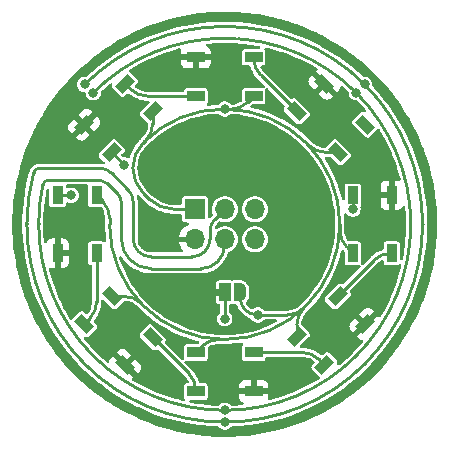
<source format=gbr>
%TF.GenerationSoftware,KiCad,Pcbnew,7.0.5-7.0.5~ubuntu20.04.1*%
%TF.CreationDate,2023-07-06T17:20:07+02:00*%
%TF.ProjectId,sao_barebones,73616f5f-6261-4726-9562-6f6e65732e6b,rev?*%
%TF.SameCoordinates,Original*%
%TF.FileFunction,Copper,L1,Top*%
%TF.FilePolarity,Positive*%
%FSLAX45Y45*%
G04 Gerber Fmt 4.5, Leading zero omitted, Abs format (unit mm)*
G04 Created by KiCad (PCBNEW 7.0.5-7.0.5~ubuntu20.04.1) date 2023-07-06 17:20:07*
%MOMM*%
%LPD*%
G01*
G04 APERTURE LIST*
G04 Aperture macros list*
%AMRotRect*
0 Rectangle, with rotation*
0 The origin of the aperture is its center*
0 $1 length*
0 $2 width*
0 $3 Rotation angle, in degrees counterclockwise*
0 Add horizontal line*
21,1,$1,$2,0,0,$3*%
%AMFreePoly0*
4,1,19,0.550000,-0.750000,0.000000,-0.750000,0.000000,-0.744911,-0.071157,-0.744911,-0.207708,-0.704816,-0.327430,-0.627875,-0.420627,-0.520320,-0.479746,-0.390866,-0.500000,-0.250000,-0.500000,0.250000,-0.479746,0.390866,-0.420627,0.520320,-0.327430,0.627875,-0.207708,0.704816,-0.071157,0.744911,0.000000,0.744911,0.000000,0.750000,0.550000,0.750000,0.550000,-0.750000,0.550000,-0.750000,
$1*%
%AMFreePoly1*
4,1,19,0.000000,0.744911,0.071157,0.744911,0.207708,0.704816,0.327430,0.627875,0.420627,0.520320,0.479746,0.390866,0.500000,0.250000,0.500000,-0.250000,0.479746,-0.390866,0.420627,-0.520320,0.327430,-0.627875,0.207708,-0.704816,0.071157,-0.744911,0.000000,-0.744911,0.000000,-0.750000,-0.550000,-0.750000,-0.550000,0.750000,0.000000,0.750000,0.000000,0.744911,0.000000,0.744911,
$1*%
G04 Aperture macros list end*
%TA.AperFunction,SMDPad,CuDef*%
%ADD10RotRect,1.500000X0.900000X315.000000*%
%TD*%
%TA.AperFunction,ComponentPad*%
%ADD11R,1.700000X1.700000*%
%TD*%
%TA.AperFunction,ComponentPad*%
%ADD12O,1.700000X1.700000*%
%TD*%
%TA.AperFunction,SMDPad,CuDef*%
%ADD13R,1.500000X0.900000*%
%TD*%
%TA.AperFunction,SMDPad,CuDef*%
%ADD14RotRect,1.500000X0.900000X45.000000*%
%TD*%
%TA.AperFunction,SMDPad,CuDef*%
%ADD15R,0.900000X1.500000*%
%TD*%
%TA.AperFunction,SMDPad,CuDef*%
%ADD16FreePoly0,0.000000*%
%TD*%
%TA.AperFunction,SMDPad,CuDef*%
%ADD17R,1.000000X1.500000*%
%TD*%
%TA.AperFunction,SMDPad,CuDef*%
%ADD18FreePoly1,0.000000*%
%TD*%
%TA.AperFunction,SMDPad,CuDef*%
%ADD19RotRect,1.500000X0.900000X225.000000*%
%TD*%
%TA.AperFunction,SMDPad,CuDef*%
%ADD20RotRect,1.500000X0.900000X135.000000*%
%TD*%
%TA.AperFunction,ViaPad*%
%ADD21C,0.800000*%
%TD*%
%TA.AperFunction,Conductor*%
%ADD22C,0.250000*%
%TD*%
G04 APERTURE END LIST*
%TA.AperFunction,EtchedComponent*%
%TO.C,JP1*%
G36*
X14960000Y-8105000D02*
G01*
X14910000Y-8105000D01*
X14910000Y-8045000D01*
X14960000Y-8045000D01*
X14960000Y-8105000D01*
G37*
%TD.AperFunction*%
%TD*%
D10*
%TO.P,D4,1,VDD*%
%TO.N,+3V3*%
X14043431Y-8110086D03*
%TO.P,D4,2,DOUT*%
%TO.N,Net-(D4-DOUT)*%
X13810086Y-8343431D03*
%TO.P,D4,3,VSS*%
%TO.N,GND*%
X14156568Y-8689914D03*
%TO.P,D4,4,DIN*%
%TO.N,Net-(D3-DOUT)*%
X14389914Y-8456569D03*
%TD*%
D11*
%TO.P,J1,1,3V3*%
%TO.N,+3V3*%
X14746000Y-7373000D03*
D12*
%TO.P,J1,2,GND*%
%TO.N,GND*%
X14746000Y-7628500D03*
%TO.P,J1,3,SDA*%
%TO.N,SDA*%
X15000000Y-7373000D03*
%TO.P,J1,4,SCL*%
%TO.N,SCL*%
X15000000Y-7628500D03*
%TO.P,J1,5,IO1*%
%TO.N,LED*%
X15254000Y-7373000D03*
%TO.P,J1,6,IO2*%
%TO.N,unconnected-(J1-IO2-Pad6)*%
X15254000Y-7628500D03*
%TD*%
D13*
%TO.P,D3,1,VDD*%
%TO.N,+3V3*%
X14755000Y-8585000D03*
%TO.P,D3,2,DOUT*%
%TO.N,Net-(D3-DOUT)*%
X14755000Y-8915000D03*
%TO.P,D3,3,VSS*%
%TO.N,GND*%
X15245000Y-8915000D03*
%TO.P,D3,4,DIN*%
%TO.N,Net-(D2-DOUT)*%
X15245000Y-8585000D03*
%TD*%
D14*
%TO.P,D2,1,VDD*%
%TO.N,+3V3*%
X15610086Y-8456569D03*
%TO.P,D2,2,DOUT*%
%TO.N,Net-(D2-DOUT)*%
X15843431Y-8689914D03*
%TO.P,D2,3,VSS*%
%TO.N,GND*%
X16189914Y-8343431D03*
%TO.P,D2,4,DIN*%
%TO.N,Net-(D1-DOUT)*%
X15956568Y-8110086D03*
%TD*%
D15*
%TO.P,D1,1,VDD*%
%TO.N,+3V3*%
X16085000Y-7745000D03*
%TO.P,D1,2,DOUT*%
%TO.N,Net-(D1-DOUT)*%
X16415000Y-7745000D03*
%TO.P,D1,3,VSS*%
%TO.N,GND*%
X16415000Y-7255000D03*
%TO.P,D1,4,DIN*%
%TO.N,LED*%
X16085000Y-7255000D03*
%TD*%
D16*
%TO.P,JP1,1,A*%
%TO.N,GND*%
X14870000Y-8075000D03*
D17*
%TO.P,JP1,2,C*%
%TO.N,Net-(JP1-C)*%
X15000000Y-8075000D03*
D18*
%TO.P,JP1,3,B*%
%TO.N,+3V3*%
X15130000Y-8075000D03*
%TD*%
D19*
%TO.P,D6,1,VDD*%
%TO.N,+3V3*%
X14389914Y-6543431D03*
%TO.P,D6,2,DOUT*%
%TO.N,Net-(D6-DOUT)*%
X14156568Y-6310086D03*
%TO.P,D6,3,VSS*%
%TO.N,GND*%
X13810086Y-6656568D03*
%TO.P,D6,4,DIN*%
%TO.N,Net-(D5-DOUT)*%
X14043431Y-6889914D03*
%TD*%
D13*
%TO.P,D7,1,VDD*%
%TO.N,+3V3*%
X15245000Y-6415000D03*
%TO.P,D7,2,DOUT*%
%TO.N,Net-(D7-DOUT)*%
X15245000Y-6085000D03*
%TO.P,D7,3,VSS*%
%TO.N,GND*%
X14755000Y-6085000D03*
%TO.P,D7,4,DIN*%
%TO.N,Net-(D6-DOUT)*%
X14755000Y-6415000D03*
%TD*%
D20*
%TO.P,D8,1,VDD*%
%TO.N,+3V3*%
X15956568Y-6889914D03*
%TO.P,D8,2,DOUT*%
%TO.N,unconnected-(D8-DOUT-Pad2)*%
X16189914Y-6656568D03*
%TO.P,D8,3,VSS*%
%TO.N,GND*%
X15843431Y-6310086D03*
%TO.P,D8,4,DIN*%
%TO.N,Net-(D7-DOUT)*%
X15610086Y-6543431D03*
%TD*%
D15*
%TO.P,D5,1,VDD*%
%TO.N,+3V3*%
X13915000Y-7255000D03*
%TO.P,D5,2,DOUT*%
%TO.N,Net-(D5-DOUT)*%
X13585000Y-7255000D03*
%TO.P,D5,3,VSS*%
%TO.N,GND*%
X13585000Y-7745000D03*
%TO.P,D5,4,DIN*%
%TO.N,Net-(D4-DOUT)*%
X13915000Y-7745000D03*
%TD*%
D21*
%TO.N,+3V3*%
X15000000Y-6525000D03*
X15280000Y-8268579D03*
%TO.N,GND*%
X16200000Y-6950000D03*
X15125000Y-7500000D03*
X16250000Y-7500000D03*
X14450000Y-6950000D03*
X15650000Y-8750000D03*
X16350000Y-7950000D03*
X15450000Y-6150000D03*
X14850000Y-8325000D03*
X14550000Y-8850000D03*
X14075000Y-6700000D03*
X14400000Y-6225000D03*
X15550000Y-6950000D03*
X15800000Y-7500000D03*
X15900000Y-8400000D03*
X15000000Y-6700000D03*
X13675000Y-6900000D03*
X14425000Y-8075000D03*
X13750000Y-8150000D03*
X14925000Y-8575000D03*
X15575000Y-8075000D03*
X14100000Y-8400000D03*
X15000000Y-6250000D03*
X14400000Y-7625000D03*
X13750000Y-7500000D03*
%TO.N,SDA*%
X13815637Y-6315512D03*
X14999958Y-9175000D03*
X16184433Y-6315625D03*
%TO.N,SCL*%
X13886277Y-6386223D03*
X15000000Y-9075000D03*
X16113693Y-6386307D03*
%TO.N,Net-(JP1-C)*%
X15000000Y-8300000D03*
%TO.N,LED*%
X16085000Y-7372500D03*
%TO.N,Net-(D5-DOUT)*%
X13700000Y-7255000D03*
X14150000Y-6997500D03*
%TD*%
D22*
%TO.N,+3V3*%
X15280000Y-8268579D02*
X15279801Y-8268380D01*
X15610000Y-8456482D02*
X15610000Y-8351701D01*
X14331421Y-6789720D02*
X14310203Y-6810939D01*
X14310203Y-7235203D02*
X14360132Y-7285132D01*
X14043518Y-8110000D02*
X14148299Y-8110000D01*
X13915000Y-7255000D02*
X13966421Y-7306421D01*
X14755000Y-8585000D02*
X14806421Y-8533579D01*
X15279801Y-8268380D02*
X15268210Y-8268380D01*
X14316751Y-6803249D02*
X14310000Y-6810000D01*
X15956568Y-6889914D02*
X15956482Y-6890000D01*
X14947843Y-8475000D02*
X15000000Y-8475000D01*
X14025000Y-7447843D02*
X14025000Y-7500000D01*
X16085000Y-7745000D02*
X16033579Y-7693579D01*
X14390000Y-6543518D02*
X14390000Y-6648299D01*
X14572264Y-7373000D02*
X14746000Y-7373000D01*
X15956482Y-6890000D02*
X15851701Y-6890000D01*
X15975000Y-7552157D02*
X15975000Y-7500000D01*
X15052157Y-6525000D02*
X15000000Y-6525000D01*
X15130000Y-8118579D02*
X15130000Y-8075000D01*
X15245000Y-6415000D02*
X15193579Y-6466421D01*
X15280000Y-8268579D02*
X15528579Y-8268579D01*
X15000000Y-6525000D02*
X14988503Y-6525000D01*
X15668578Y-8210279D02*
G75*
G03*
X15610000Y-8351701I141422J-141421D01*
G01*
X14025000Y-7500000D02*
G75*
G03*
X15000000Y-8475000I975000J0D01*
G01*
X15528579Y-8268578D02*
G75*
G03*
X15670000Y-8210000I1J199998D01*
G01*
X14024998Y-7447843D02*
G75*
G03*
X13966421Y-7306421I-199998J3D01*
G01*
X14331422Y-6789721D02*
G75*
G03*
X14390000Y-6648299I-141422J141421D01*
G01*
X14988503Y-6525002D02*
G75*
G03*
X14316751Y-6803249I-3J-949998D01*
G01*
X14947843Y-8475002D02*
G75*
G03*
X14806421Y-8533579I-3J-199998D01*
G01*
X14310202Y-6810938D02*
G75*
G03*
X14310203Y-7235203I212138J-212132D01*
G01*
X14289721Y-8168578D02*
G75*
G03*
X14148299Y-8110000I-141421J-141422D01*
G01*
X15710279Y-6831422D02*
G75*
G03*
X15851701Y-6890000I141421J141422D01*
G01*
X15975002Y-7552157D02*
G75*
G03*
X16033579Y-7693578I199998J-3D01*
G01*
X14360130Y-7285134D02*
G75*
G03*
X14572264Y-7373000I212130J212134D01*
G01*
X15000000Y-8475000D02*
G75*
G03*
X15975000Y-7500000I0J975000D01*
G01*
X15130008Y-8118579D02*
G75*
G03*
X15268210Y-8268380I150492J189D01*
G01*
X15052157Y-6524998D02*
G75*
G03*
X15193578Y-6466421I3J199998D01*
G01*
X15975000Y-7500000D02*
G75*
G03*
X15000000Y-6525000I-975000J0D01*
G01*
%TO.N,SDA*%
X13382602Y-7064457D02*
X13383480Y-7061248D01*
X13325000Y-7499958D02*
X13325000Y-7493280D01*
X13815625Y-8684433D02*
X13815567Y-8684375D01*
X16184433Y-8684375D02*
X16184375Y-8684433D01*
X13431494Y-7025200D02*
X13949657Y-7025200D01*
X16675000Y-7499959D02*
X16675000Y-7500041D01*
X15000041Y-9175000D02*
X15000000Y-9175000D01*
X14999958Y-5825000D02*
X15000041Y-5825000D01*
X15000000Y-9175000D02*
X15000000Y-9175000D01*
X14875000Y-7625000D02*
X14875000Y-7560132D01*
X14225000Y-7312132D02*
X14225000Y-7625000D01*
X14375000Y-7775000D02*
X14725000Y-7775000D01*
X13815625Y-6315567D02*
X13815625Y-6315524D01*
X15000000Y-9175000D02*
X14999958Y-9175000D01*
X13815625Y-6315524D02*
X13815637Y-6315512D01*
X16184375Y-6315567D02*
X16184433Y-6315625D01*
X15000000Y-9175000D02*
X15000000Y-9175000D01*
X14043934Y-7068934D02*
X14181066Y-7206066D01*
X14918934Y-7454066D02*
X15000000Y-7373000D01*
X15000041Y-9175001D02*
G75*
G03*
X16184375Y-8684433I-2J1674901D01*
G01*
X16184374Y-6315568D02*
G75*
G03*
X15000041Y-5825000I-1184334J-1184332D01*
G01*
X14999958Y-5824999D02*
G75*
G03*
X13815625Y-6315567I2J-1674901D01*
G01*
X14043934Y-7068934D02*
G75*
G03*
X13949657Y-7025200I-107324J-107876D01*
G01*
X16675001Y-7499959D02*
G75*
G03*
X16184433Y-6315625I-1674901J-1D01*
G01*
X14918933Y-7454065D02*
G75*
G03*
X14875000Y-7560132I106067J-106065D01*
G01*
X13431494Y-7025204D02*
G75*
G03*
X13383480Y-7061248I-4J-49996D01*
G01*
X16184432Y-8684374D02*
G75*
G03*
X16675000Y-7500041I-1184333J1184334D01*
G01*
X14725000Y-7775000D02*
G75*
G03*
X14875000Y-7625000I0J150000D01*
G01*
X14225000Y-7625000D02*
G75*
G03*
X14375000Y-7775000I150000J0D01*
G01*
X13815626Y-8684432D02*
G75*
G03*
X14999958Y-9175000I1184334J1184332D01*
G01*
X14224998Y-7312132D02*
G75*
G03*
X14181066Y-7206066I-149999J2D01*
G01*
X13382602Y-7064457D02*
G75*
G03*
X13325000Y-7493280I1567398J-428823D01*
G01*
X13324999Y-7500041D02*
G75*
G03*
X13815567Y-8684375I1674901J2D01*
G01*
%TO.N,SCL*%
X13886307Y-6386307D02*
X13886277Y-6386277D01*
X13886277Y-6386277D02*
X13886277Y-6386223D01*
X13425000Y-7490489D02*
X13425000Y-7500000D01*
X13943409Y-7125194D02*
X13509673Y-7125194D01*
X15000000Y-7628500D02*
X15000000Y-7675000D01*
X14800000Y-7875000D02*
X14375000Y-7875000D01*
X13461122Y-7163243D02*
X13460007Y-7168315D01*
X14125000Y-7625000D02*
X14125000Y-7316421D01*
X14095711Y-7245711D02*
X14004289Y-7154289D01*
X16575000Y-7500000D02*
G75*
G03*
X16113693Y-6386307I-1575000J0D01*
G01*
X13425000Y-7500000D02*
G75*
G03*
X13886307Y-8613693I1575000J0D01*
G01*
X15000000Y-9075000D02*
G75*
G03*
X16113693Y-8613693I0J1575000D01*
G01*
X14004291Y-7154287D02*
G75*
G03*
X13943409Y-7125194I-72192J-72823D01*
G01*
X15000000Y-5925000D02*
G75*
G03*
X13886307Y-6386307I0J-1575000D01*
G01*
X14800000Y-7875000D02*
G75*
G03*
X15000000Y-7675000I0J200000D01*
G01*
X16113693Y-8613693D02*
G75*
G03*
X16575000Y-7500000I-1113693J1113693D01*
G01*
X13460007Y-7168315D02*
G75*
G03*
X13425000Y-7490489I1464993J-322175D01*
G01*
X14124999Y-7316421D02*
G75*
G03*
X14095711Y-7245711I-99999J1D01*
G01*
X14125000Y-7625000D02*
G75*
G03*
X14375000Y-7875000I250000J0D01*
G01*
X16113693Y-6386307D02*
G75*
G03*
X15000000Y-5925000I-1113693J-1113693D01*
G01*
X13509673Y-7125194D02*
G75*
G03*
X13461122Y-7163243I-3J-49996D01*
G01*
X13886307Y-8613693D02*
G75*
G03*
X15000000Y-9075000I1113693J1113693D01*
G01*
%TO.N,Net-(JP1-C)*%
X15000000Y-8075000D02*
X15000000Y-8300000D01*
%TO.N,Net-(D1-DOUT)*%
X15956568Y-8110086D02*
X16263076Y-7803579D01*
X16404497Y-7745000D02*
X16415000Y-7745000D01*
X16404497Y-7744998D02*
G75*
G03*
X16263076Y-7803579I3J-200002D01*
G01*
%TO.N,LED*%
X16085000Y-7372500D02*
X16085000Y-7255000D01*
%TO.N,Net-(D2-DOUT)*%
X15245000Y-8585000D02*
X15655675Y-8585000D01*
X15797096Y-8643579D02*
X15843431Y-8689914D01*
X15797099Y-8643576D02*
G75*
G03*
X15655675Y-8585000I-141419J-141424D01*
G01*
%TO.N,Net-(D3-DOUT)*%
X14389914Y-8456569D02*
X14696421Y-8763076D01*
X14755000Y-8904497D02*
X14755000Y-8915000D01*
X14755002Y-8904497D02*
G75*
G03*
X14696421Y-8763076I-200002J-3D01*
G01*
%TO.N,Net-(D4-DOUT)*%
X13856421Y-8297096D02*
X13810086Y-8343431D01*
X13915000Y-7745000D02*
X13915000Y-8155675D01*
X13856424Y-8297099D02*
G75*
G03*
X13915000Y-8155675I-141424J141419D01*
G01*
%TO.N,Net-(D5-DOUT)*%
X14150000Y-6996482D02*
X14043431Y-6889914D01*
X13585000Y-7255000D02*
X13700000Y-7255000D01*
X14150000Y-6997500D02*
X14150000Y-6996482D01*
%TO.N,Net-(D6-DOUT)*%
X14755000Y-6415000D02*
X14344325Y-6415000D01*
X14202904Y-6356421D02*
X14156568Y-6310086D01*
X14202901Y-6356424D02*
G75*
G03*
X14344325Y-6415000I141419J141424D01*
G01*
%TO.N,Net-(D7-DOUT)*%
X15245000Y-6095503D02*
X15245000Y-6085000D01*
X15610086Y-6543431D02*
X15303579Y-6236924D01*
X15244998Y-6095503D02*
G75*
G03*
X15303579Y-6236924I200002J3D01*
G01*
%TD*%
%TA.AperFunction,Conductor*%
%TO.N,GND*%
G36*
X15146860Y-8504138D02*
G01*
X15152039Y-8508828D01*
X15153859Y-8515574D01*
X15151773Y-8522190D01*
X15146403Y-8530226D01*
X15146403Y-8530226D01*
X15144950Y-8537532D01*
X15144950Y-8632468D01*
X15146403Y-8639774D01*
X15146403Y-8639774D01*
X15147482Y-8641388D01*
X15151940Y-8648060D01*
X15158625Y-8652527D01*
X15160226Y-8653597D01*
X15160226Y-8653597D01*
X15167532Y-8655050D01*
X15167532Y-8655050D01*
X15322467Y-8655050D01*
X15322468Y-8655050D01*
X15322468Y-8655050D01*
X15329774Y-8653597D01*
X15338060Y-8648060D01*
X15343597Y-8639774D01*
X15344077Y-8637356D01*
X15345037Y-8632531D01*
X15348276Y-8626340D01*
X15354347Y-8622882D01*
X15357199Y-8622550D01*
X15650277Y-8622550D01*
X15650277Y-8622550D01*
X15655472Y-8622550D01*
X15655878Y-8622563D01*
X15673244Y-8623701D01*
X15676474Y-8623913D01*
X15677278Y-8624018D01*
X15697324Y-8628005D01*
X15698106Y-8628215D01*
X15717459Y-8634784D01*
X15718207Y-8635094D01*
X15736538Y-8644133D01*
X15737239Y-8644538D01*
X15750797Y-8653597D01*
X15754232Y-8655892D01*
X15754877Y-8656386D01*
X15757185Y-8658411D01*
X15760928Y-8664311D01*
X15760886Y-8671298D01*
X15757778Y-8676502D01*
X15739121Y-8695158D01*
X15739121Y-8695159D01*
X15734982Y-8701353D01*
X15733239Y-8710116D01*
X15733038Y-8711127D01*
X15734982Y-8720901D01*
X15737735Y-8725021D01*
X15739121Y-8727096D01*
X15804147Y-8792121D01*
X15807495Y-8798254D01*
X15806997Y-8805223D01*
X15802810Y-8810816D01*
X15802013Y-8811366D01*
X15790535Y-8818634D01*
X15790274Y-8818790D01*
X15724882Y-8855835D01*
X15724613Y-8855978D01*
X15657480Y-8889770D01*
X15657205Y-8889900D01*
X15588495Y-8920357D01*
X15588214Y-8920473D01*
X15518093Y-8947522D01*
X15517806Y-8947625D01*
X15446443Y-8971200D01*
X15446151Y-8971288D01*
X15383708Y-8988569D01*
X15376722Y-8988460D01*
X15370904Y-8984591D01*
X15368101Y-8978191D01*
X15368783Y-8972285D01*
X15369360Y-8970738D01*
X15369360Y-8970737D01*
X15370000Y-8964784D01*
X15370000Y-8964783D01*
X15370000Y-8940000D01*
X15120000Y-8940000D01*
X15120000Y-8964784D01*
X15120640Y-8970737D01*
X15120640Y-8970738D01*
X15125664Y-8984209D01*
X15125665Y-8984209D01*
X15134281Y-8995719D01*
X15134281Y-8995719D01*
X15145791Y-9004335D01*
X15145791Y-9004335D01*
X15151031Y-9006290D01*
X15156625Y-9010477D01*
X15159066Y-9017023D01*
X15157581Y-9023851D01*
X15152641Y-9028791D01*
X15147610Y-9030274D01*
X15075592Y-9035587D01*
X15075288Y-9035602D01*
X15058885Y-9036004D01*
X15052135Y-9034201D01*
X15049299Y-9031830D01*
X15049049Y-9031548D01*
X15049048Y-9031547D01*
X15037224Y-9021072D01*
X15037224Y-9021072D01*
X15037224Y-9021072D01*
X15023236Y-9013730D01*
X15007899Y-9009950D01*
X15007898Y-9009950D01*
X14992101Y-9009950D01*
X14992101Y-9009950D01*
X14976763Y-9013730D01*
X14962776Y-9021072D01*
X14950951Y-9031547D01*
X14950700Y-9031831D01*
X14950464Y-9031979D01*
X14950390Y-9032044D01*
X14950379Y-9032032D01*
X14944781Y-9035544D01*
X14941114Y-9036004D01*
X14924712Y-9035602D01*
X14924408Y-9035587D01*
X14849454Y-9030058D01*
X14849153Y-9030028D01*
X14799066Y-9023851D01*
X14774560Y-9020828D01*
X14774261Y-9020784D01*
X14710196Y-9009667D01*
X14703928Y-9006582D01*
X14700322Y-9000597D01*
X14700525Y-8993613D01*
X14704471Y-8987847D01*
X14710908Y-8985130D01*
X14712316Y-8985050D01*
X14832468Y-8985050D01*
X14832468Y-8985050D01*
X14839774Y-8983597D01*
X14848060Y-8978060D01*
X14853597Y-8969774D01*
X14855050Y-8962467D01*
X14855050Y-8890000D01*
X15120000Y-8890000D01*
X15220000Y-8890000D01*
X15220000Y-8820000D01*
X15270000Y-8820000D01*
X15270000Y-8890000D01*
X15370000Y-8890000D01*
X15370000Y-8865217D01*
X15370000Y-8865216D01*
X15369360Y-8859263D01*
X15369360Y-8859262D01*
X15364335Y-8845791D01*
X15364335Y-8845791D01*
X15355719Y-8834281D01*
X15355719Y-8834281D01*
X15344209Y-8825665D01*
X15344209Y-8825665D01*
X15330738Y-8820640D01*
X15330737Y-8820640D01*
X15324784Y-8820000D01*
X15270000Y-8820000D01*
X15220000Y-8820000D01*
X15165215Y-8820000D01*
X15159263Y-8820640D01*
X15159262Y-8820640D01*
X15145791Y-8825665D01*
X15145791Y-8825665D01*
X15134281Y-8834281D01*
X15134281Y-8834281D01*
X15125665Y-8845791D01*
X15125664Y-8845791D01*
X15120640Y-8859262D01*
X15120640Y-8859263D01*
X15120000Y-8865216D01*
X15120000Y-8890000D01*
X14855050Y-8890000D01*
X14855050Y-8867533D01*
X14855050Y-8867532D01*
X14855050Y-8867532D01*
X14853597Y-8860226D01*
X14853597Y-8860226D01*
X14853596Y-8860226D01*
X14848060Y-8851940D01*
X14839774Y-8846403D01*
X14839774Y-8846403D01*
X14839773Y-8846403D01*
X14832468Y-8844950D01*
X14832467Y-8844950D01*
X14794636Y-8844950D01*
X14787932Y-8842982D01*
X14783356Y-8837701D01*
X14782932Y-8836647D01*
X14774814Y-8813447D01*
X14764615Y-8792270D01*
X14763238Y-8789409D01*
X14763237Y-8789409D01*
X14760976Y-8785811D01*
X14749042Y-8766817D01*
X14749041Y-8766817D01*
X14749041Y-8766816D01*
X14732406Y-8745957D01*
X14732406Y-8745957D01*
X14722973Y-8736524D01*
X14721340Y-8734891D01*
X14691633Y-8705185D01*
X14661456Y-8675007D01*
X14658108Y-8668875D01*
X14658606Y-8661906D01*
X14662793Y-8656313D01*
X14669340Y-8653871D01*
X14672643Y-8654077D01*
X14675887Y-8654723D01*
X14677532Y-8655050D01*
X14832467Y-8655050D01*
X14832468Y-8655050D01*
X14832468Y-8655050D01*
X14839774Y-8653597D01*
X14848060Y-8648060D01*
X14853597Y-8639774D01*
X14855050Y-8632467D01*
X14855050Y-8548672D01*
X14857018Y-8541968D01*
X14860561Y-8538362D01*
X14866281Y-8534540D01*
X14866982Y-8534135D01*
X14870472Y-8532414D01*
X14885311Y-8525097D01*
X14886061Y-8524786D01*
X14905413Y-8518217D01*
X14906195Y-8518008D01*
X14926240Y-8514021D01*
X14927044Y-8513915D01*
X14947670Y-8512563D01*
X14948075Y-8512550D01*
X15030595Y-8512550D01*
X15030596Y-8512550D01*
X15091676Y-8508855D01*
X15139968Y-8502992D01*
X15146860Y-8504138D01*
G37*
%TD.AperFunction*%
%TA.AperFunction,Conductor*%
G36*
X13973070Y-8138835D02*
G01*
X13973718Y-8139438D01*
X14048676Y-8214396D01*
X14048676Y-8214397D01*
X14048676Y-8214397D01*
X14054871Y-8218536D01*
X14063023Y-8220157D01*
X14064645Y-8220480D01*
X14064645Y-8220480D01*
X14064645Y-8220480D01*
X14074419Y-8218536D01*
X14080613Y-8214397D01*
X14143539Y-8151471D01*
X14149671Y-8148123D01*
X14153117Y-8147866D01*
X14169098Y-8148913D01*
X14169901Y-8149019D01*
X14187239Y-8152467D01*
X14189945Y-8153006D01*
X14190729Y-8153216D01*
X14202481Y-8157205D01*
X14210082Y-8159785D01*
X14210830Y-8160095D01*
X14228418Y-8168768D01*
X14229159Y-8169134D01*
X14229862Y-8169540D01*
X14246855Y-8180893D01*
X14247498Y-8181387D01*
X14254412Y-8187450D01*
X14263009Y-8194989D01*
X14263305Y-8195267D01*
X14305651Y-8237613D01*
X14305655Y-8237617D01*
X14351457Y-8278194D01*
X14351457Y-8278194D01*
X14399626Y-8315932D01*
X14449580Y-8350413D01*
X14449986Y-8350693D01*
X14484712Y-8371685D01*
X14499480Y-8380613D01*
X14502353Y-8382350D01*
X14556536Y-8410787D01*
X14612337Y-8435901D01*
X14612338Y-8435901D01*
X14612338Y-8435902D01*
X14628543Y-8442047D01*
X14669553Y-8457600D01*
X14727974Y-8475805D01*
X14773309Y-8486979D01*
X14779347Y-8490495D01*
X14782525Y-8496717D01*
X14781836Y-8503669D01*
X14779109Y-8507787D01*
X14778068Y-8508828D01*
X14775578Y-8511318D01*
X14769446Y-8514667D01*
X14766810Y-8514950D01*
X14677532Y-8514950D01*
X14670226Y-8516403D01*
X14670226Y-8516403D01*
X14661940Y-8521940D01*
X14656403Y-8530226D01*
X14656403Y-8530226D01*
X14654950Y-8537532D01*
X14654950Y-8632468D01*
X14655922Y-8637356D01*
X14655300Y-8644315D01*
X14651013Y-8649833D01*
X14644424Y-8652158D01*
X14637625Y-8650551D01*
X14634993Y-8648544D01*
X14495802Y-8509353D01*
X14492454Y-8503221D01*
X14492952Y-8496252D01*
X14494260Y-8493697D01*
X14498363Y-8487556D01*
X14500307Y-8477782D01*
X14500296Y-8477723D01*
X14499800Y-8475229D01*
X14498363Y-8468008D01*
X14494224Y-8461813D01*
X14494224Y-8461813D01*
X14384669Y-8352258D01*
X14381782Y-8350329D01*
X14378475Y-8348119D01*
X14368701Y-8346175D01*
X14358926Y-8348119D01*
X14352732Y-8352258D01*
X14285603Y-8419387D01*
X14281608Y-8425367D01*
X14281464Y-8425581D01*
X14279520Y-8435355D01*
X14281464Y-8445129D01*
X14284217Y-8449250D01*
X14285603Y-8451324D01*
X14395158Y-8560879D01*
X14395159Y-8560879D01*
X14401353Y-8565018D01*
X14411127Y-8566962D01*
X14420901Y-8565018D01*
X14427042Y-8560915D01*
X14433709Y-8558827D01*
X14440447Y-8560676D01*
X14442699Y-8562457D01*
X14666052Y-8785811D01*
X14669727Y-8789486D01*
X14670003Y-8789780D01*
X14683613Y-8805299D01*
X14684106Y-8805942D01*
X14695460Y-8822934D01*
X14695866Y-8823637D01*
X14697557Y-8827066D01*
X14698757Y-8833949D01*
X14696045Y-8840388D01*
X14690282Y-8844339D01*
X14686436Y-8844950D01*
X14677532Y-8844950D01*
X14670226Y-8846403D01*
X14670226Y-8846403D01*
X14661940Y-8851940D01*
X14656403Y-8860226D01*
X14656403Y-8860226D01*
X14654950Y-8867532D01*
X14654950Y-8962468D01*
X14656403Y-8969774D01*
X14656403Y-8969774D01*
X14656403Y-8969774D01*
X14661152Y-8976882D01*
X14661449Y-8977325D01*
X14663537Y-8983993D01*
X14661688Y-8990731D01*
X14656490Y-8995400D01*
X14649593Y-8996518D01*
X14648422Y-8996313D01*
X14629190Y-8991994D01*
X14626577Y-8991408D01*
X14626283Y-8991334D01*
X14553848Y-8971288D01*
X14553557Y-8971200D01*
X14482194Y-8947625D01*
X14481908Y-8947523D01*
X14450031Y-8935226D01*
X14411786Y-8920473D01*
X14411504Y-8920357D01*
X14342795Y-8889900D01*
X14342520Y-8889770D01*
X14275387Y-8855978D01*
X14275118Y-8855835D01*
X14220550Y-8824922D01*
X14215687Y-8819905D01*
X14214309Y-8813055D01*
X14216853Y-8806548D01*
X14217894Y-8805365D01*
X14227279Y-8795980D01*
X14121213Y-8689914D01*
X14191924Y-8689914D01*
X14262634Y-8760625D01*
X14280159Y-8743100D01*
X14283917Y-8738437D01*
X14289889Y-8725359D01*
X14289889Y-8725358D01*
X14291935Y-8711127D01*
X14289889Y-8696896D01*
X14289889Y-8696895D01*
X14283917Y-8683817D01*
X14280159Y-8679154D01*
X14241421Y-8640416D01*
X14191924Y-8689914D01*
X14121213Y-8689914D01*
X14050502Y-8619203D01*
X14032979Y-8636727D01*
X14032978Y-8636727D01*
X14029220Y-8641391D01*
X14023248Y-8654469D01*
X14023247Y-8654469D01*
X14022277Y-8661218D01*
X14019375Y-8667573D01*
X14013497Y-8671351D01*
X14006510Y-8671351D01*
X14001904Y-8668843D01*
X13967627Y-8639275D01*
X13967402Y-8639071D01*
X13912969Y-8587246D01*
X13912754Y-8587031D01*
X13909723Y-8583848D01*
X14085858Y-8583848D01*
X14156568Y-8654559D01*
X14206066Y-8605061D01*
X14167329Y-8566324D01*
X14167328Y-8566324D01*
X14162665Y-8562566D01*
X14149587Y-8556593D01*
X14149587Y-8556593D01*
X14135355Y-8554547D01*
X14121124Y-8556593D01*
X14121123Y-8556593D01*
X14108045Y-8562566D01*
X14103382Y-8566324D01*
X14103382Y-8566324D01*
X14085858Y-8583848D01*
X13909723Y-8583848D01*
X13860929Y-8532598D01*
X13860725Y-8532372D01*
X13859393Y-8530828D01*
X13811633Y-8475462D01*
X13811442Y-8475229D01*
X13808544Y-8471515D01*
X13805971Y-8465019D01*
X13807319Y-8458163D01*
X13812159Y-8453124D01*
X13818955Y-8451502D01*
X13820738Y-8451724D01*
X13821525Y-8451881D01*
X13821525Y-8451881D01*
X13831299Y-8453825D01*
X13841073Y-8451881D01*
X13847268Y-8447742D01*
X13914397Y-8380613D01*
X13918536Y-8374419D01*
X13920480Y-8364645D01*
X13918536Y-8354871D01*
X13914397Y-8348676D01*
X13914397Y-8348676D01*
X13894711Y-8328991D01*
X13891363Y-8322859D01*
X13891861Y-8315889D01*
X13893784Y-8312492D01*
X13909044Y-8293356D01*
X13923239Y-8270764D01*
X13923825Y-8269548D01*
X13934815Y-8246726D01*
X13934815Y-8246725D01*
X13934943Y-8246360D01*
X13943627Y-8221541D01*
X13949564Y-8195528D01*
X13952550Y-8169015D01*
X13952550Y-8155674D01*
X13952550Y-8154902D01*
X13952550Y-8148207D01*
X13954518Y-8141503D01*
X13959799Y-8136927D01*
X13966715Y-8135933D01*
X13973070Y-8138835D01*
G37*
%TD.AperFunction*%
%TA.AperFunction,Conductor*%
G36*
X16003669Y-7718164D02*
G01*
X16007787Y-7720891D01*
X16011318Y-7724422D01*
X16014667Y-7730554D01*
X16014950Y-7733190D01*
X16014950Y-7822468D01*
X16016403Y-7829773D01*
X16016403Y-7829774D01*
X16018240Y-7832523D01*
X16021940Y-7838060D01*
X16029752Y-7843280D01*
X16030226Y-7843597D01*
X16030226Y-7843597D01*
X16037532Y-7845050D01*
X16037532Y-7845050D01*
X16132467Y-7845050D01*
X16132467Y-7845050D01*
X16134226Y-7844700D01*
X16137356Y-7844077D01*
X16144315Y-7844700D01*
X16149833Y-7848986D01*
X16152158Y-7855575D01*
X16150551Y-7862375D01*
X16148543Y-7865007D01*
X16009353Y-8004197D01*
X16003221Y-8007546D01*
X15996252Y-8007047D01*
X15993696Y-8005740D01*
X15987556Y-8001637D01*
X15977782Y-7999692D01*
X15968008Y-8001637D01*
X15961813Y-8005776D01*
X15852258Y-8115331D01*
X15850564Y-8117866D01*
X15848119Y-8121525D01*
X15846175Y-8131299D01*
X15848119Y-8141073D01*
X15849730Y-8143484D01*
X15852258Y-8147268D01*
X15919387Y-8214397D01*
X15919387Y-8214397D01*
X15925581Y-8218536D01*
X15935355Y-8220480D01*
X15945129Y-8218536D01*
X15951324Y-8214397D01*
X16060879Y-8104841D01*
X16065018Y-8098647D01*
X16066962Y-8088873D01*
X16065018Y-8079099D01*
X16060915Y-8072958D01*
X16058827Y-8066290D01*
X16060676Y-8059552D01*
X16062457Y-8057302D01*
X16289487Y-7830271D01*
X16289778Y-7829998D01*
X16305299Y-7816387D01*
X16305941Y-7815894D01*
X16322935Y-7804539D01*
X16323637Y-7804134D01*
X16327065Y-7802443D01*
X16333949Y-7801243D01*
X16340388Y-7803955D01*
X16344338Y-7809718D01*
X16344950Y-7813564D01*
X16344950Y-7822468D01*
X16346403Y-7829773D01*
X16346403Y-7829774D01*
X16348240Y-7832523D01*
X16351940Y-7838060D01*
X16359752Y-7843280D01*
X16360226Y-7843597D01*
X16360226Y-7843597D01*
X16367532Y-7845050D01*
X16367532Y-7845050D01*
X16462467Y-7845050D01*
X16462468Y-7845050D01*
X16462468Y-7845050D01*
X16469774Y-7843597D01*
X16477325Y-7838551D01*
X16483993Y-7836463D01*
X16490731Y-7838312D01*
X16495400Y-7843510D01*
X16496517Y-7850407D01*
X16496313Y-7851578D01*
X16491408Y-7873422D01*
X16491334Y-7873717D01*
X16471288Y-7946151D01*
X16471200Y-7946443D01*
X16447625Y-8017806D01*
X16447522Y-8018093D01*
X16420473Y-8088214D01*
X16420357Y-8088495D01*
X16389900Y-8157205D01*
X16389770Y-8157480D01*
X16355978Y-8224613D01*
X16355834Y-8224882D01*
X16324922Y-8279450D01*
X16319905Y-8284312D01*
X16313055Y-8285691D01*
X16306548Y-8283147D01*
X16305365Y-8282106D01*
X16295980Y-8272721D01*
X16119203Y-8449497D01*
X16136727Y-8467021D01*
X16136727Y-8467022D01*
X16141391Y-8470780D01*
X16154469Y-8476752D01*
X16154469Y-8476752D01*
X16161218Y-8477723D01*
X16167573Y-8480625D01*
X16171351Y-8486503D01*
X16171351Y-8493490D01*
X16168842Y-8498096D01*
X16139275Y-8532372D01*
X16139071Y-8532598D01*
X16087246Y-8587031D01*
X16087030Y-8587247D01*
X16032598Y-8639071D01*
X16032372Y-8639275D01*
X15975464Y-8688365D01*
X15975229Y-8688558D01*
X15971515Y-8691456D01*
X15965019Y-8694029D01*
X15958163Y-8692681D01*
X15953124Y-8687841D01*
X15951502Y-8681045D01*
X15951724Y-8679261D01*
X15951881Y-8678475D01*
X15951881Y-8678475D01*
X15953825Y-8668701D01*
X15951881Y-8658927D01*
X15947742Y-8652732D01*
X15947742Y-8652732D01*
X15880613Y-8585603D01*
X15877986Y-8583848D01*
X15874419Y-8581464D01*
X15864645Y-8579520D01*
X15854870Y-8581464D01*
X15848676Y-8585603D01*
X15848676Y-8585604D01*
X15828991Y-8605288D01*
X15822859Y-8608637D01*
X15815889Y-8608139D01*
X15812492Y-8606215D01*
X15793357Y-8590956D01*
X15793357Y-8590956D01*
X15793356Y-8590956D01*
X15770764Y-8576761D01*
X15770764Y-8576761D01*
X15770764Y-8576760D01*
X15746726Y-8565185D01*
X15746725Y-8565185D01*
X15721541Y-8556373D01*
X15721540Y-8556373D01*
X15701377Y-8551771D01*
X15695528Y-8550436D01*
X15669015Y-8547450D01*
X15669014Y-8547450D01*
X15655674Y-8547450D01*
X15648207Y-8547450D01*
X15641503Y-8545482D01*
X15636927Y-8540201D01*
X15635933Y-8533285D01*
X15638835Y-8526930D01*
X15639438Y-8526282D01*
X15714397Y-8451324D01*
X15714396Y-8451324D01*
X15714397Y-8451324D01*
X15718536Y-8445129D01*
X15720480Y-8435355D01*
X15718536Y-8425581D01*
X15714397Y-8419387D01*
X15714397Y-8419387D01*
X15714396Y-8419387D01*
X15659654Y-8364645D01*
X16054547Y-8364645D01*
X16056593Y-8378876D01*
X16056593Y-8378876D01*
X16062565Y-8391954D01*
X16066323Y-8396618D01*
X16083848Y-8414142D01*
X16154558Y-8343431D01*
X16154558Y-8343431D01*
X16105061Y-8293934D01*
X16066324Y-8332671D01*
X16066323Y-8332671D01*
X16062565Y-8337335D01*
X16056593Y-8350413D01*
X16056593Y-8350413D01*
X16054547Y-8364645D01*
X15659654Y-8364645D01*
X15651471Y-8356461D01*
X15648122Y-8350329D01*
X15647866Y-8346883D01*
X15648913Y-8330901D01*
X15649019Y-8330099D01*
X15653006Y-8310053D01*
X15653216Y-8309271D01*
X15656363Y-8300000D01*
X15659785Y-8289917D01*
X15660095Y-8289170D01*
X15669134Y-8270840D01*
X15669540Y-8270137D01*
X15669934Y-8269548D01*
X15677263Y-8258579D01*
X16140416Y-8258579D01*
X16189914Y-8308076D01*
X16189914Y-8308076D01*
X16260624Y-8237365D01*
X16260624Y-8237365D01*
X16243101Y-8219842D01*
X16243101Y-8219842D01*
X16238437Y-8216083D01*
X16225359Y-8210111D01*
X16225358Y-8210110D01*
X16211127Y-8208064D01*
X16196896Y-8210110D01*
X16196895Y-8210111D01*
X16183817Y-8216083D01*
X16179154Y-8219841D01*
X16140416Y-8258579D01*
X16140416Y-8258579D01*
X15677263Y-8258579D01*
X15680894Y-8253144D01*
X15681386Y-8252502D01*
X15686852Y-8246270D01*
X15687125Y-8245978D01*
X15692920Y-8240184D01*
X15692921Y-8240183D01*
X15700369Y-8232735D01*
X15700369Y-8232734D01*
X15700369Y-8232734D01*
X15700888Y-8231784D01*
X15703003Y-8228959D01*
X15737616Y-8194346D01*
X15778193Y-8148543D01*
X15778194Y-8148543D01*
X15778194Y-8148543D01*
X15802702Y-8117261D01*
X15815932Y-8100374D01*
X15850693Y-8050014D01*
X15882350Y-7997647D01*
X15910787Y-7943464D01*
X15935901Y-7887663D01*
X15957600Y-7830447D01*
X15975805Y-7772026D01*
X15986979Y-7726691D01*
X15990495Y-7720653D01*
X15996716Y-7717474D01*
X16003669Y-7718164D01*
G37*
%TD.AperFunction*%
%TA.AperFunction,Conductor*%
G36*
X14947794Y-6565751D02*
G01*
X14950690Y-6568158D01*
X14950951Y-6568453D01*
X14950952Y-6568453D01*
X14950952Y-6568453D01*
X14962776Y-6578928D01*
X14962776Y-6578928D01*
X14976763Y-6586270D01*
X14992101Y-6590050D01*
X15007898Y-6590050D01*
X15023236Y-6586270D01*
X15037224Y-6578928D01*
X15037224Y-6578928D01*
X15037224Y-6578928D01*
X15049048Y-6568453D01*
X15049048Y-6568453D01*
X15049610Y-6567955D01*
X15049723Y-6568083D01*
X15054860Y-6564860D01*
X15059391Y-6564450D01*
X15090320Y-6567373D01*
X15117301Y-6569924D01*
X15117685Y-6569972D01*
X15175471Y-6579125D01*
X15175847Y-6579196D01*
X15232946Y-6591960D01*
X15233320Y-6592056D01*
X15289504Y-6608379D01*
X15289868Y-6608497D01*
X15344914Y-6628315D01*
X15345276Y-6628458D01*
X15398968Y-6651692D01*
X15399320Y-6651858D01*
X15451447Y-6678418D01*
X15451788Y-6678605D01*
X15470961Y-6689945D01*
X15502143Y-6708386D01*
X15502472Y-6708594D01*
X15550775Y-6741421D01*
X15550858Y-6741477D01*
X15551173Y-6741706D01*
X15597399Y-6777563D01*
X15597698Y-6777810D01*
X15641583Y-6816500D01*
X15641866Y-6816765D01*
X15683234Y-6858134D01*
X15683500Y-6858416D01*
X15719904Y-6899709D01*
X15722189Y-6902301D01*
X15722437Y-6902601D01*
X15758294Y-6948827D01*
X15758523Y-6949142D01*
X15791405Y-6997528D01*
X15791614Y-6997857D01*
X15821394Y-7048212D01*
X15821582Y-7048553D01*
X15848141Y-7100679D01*
X15848307Y-7101032D01*
X15871542Y-7154724D01*
X15871685Y-7155086D01*
X15879766Y-7177532D01*
X15891502Y-7210130D01*
X15891622Y-7210498D01*
X15904914Y-7256250D01*
X15907944Y-7266677D01*
X15908040Y-7267055D01*
X15920803Y-7324150D01*
X15920875Y-7324531D01*
X15925985Y-7356794D01*
X15930027Y-7382313D01*
X15930076Y-7382699D01*
X15935582Y-7440943D01*
X15935606Y-7441332D01*
X15937444Y-7499805D01*
X15937444Y-7500195D01*
X15935606Y-7558668D01*
X15935582Y-7559057D01*
X15930076Y-7617301D01*
X15930027Y-7617687D01*
X15926021Y-7642981D01*
X15921228Y-7673242D01*
X15920876Y-7675467D01*
X15920803Y-7675850D01*
X15908040Y-7732945D01*
X15907944Y-7733322D01*
X15898940Y-7764312D01*
X15891741Y-7789092D01*
X15891622Y-7789501D01*
X15891502Y-7789871D01*
X15889465Y-7795529D01*
X15871685Y-7844914D01*
X15871542Y-7845276D01*
X15848307Y-7898968D01*
X15848141Y-7899320D01*
X15821582Y-7951447D01*
X15821394Y-7951788D01*
X15791614Y-8002143D01*
X15791405Y-8002472D01*
X15758523Y-8050858D01*
X15758294Y-8051173D01*
X15722437Y-8097399D01*
X15722189Y-8097699D01*
X15683500Y-8141583D01*
X15683233Y-8141867D01*
X15641867Y-8183234D01*
X15641583Y-8183500D01*
X15620670Y-8201937D01*
X15620014Y-8202442D01*
X15610142Y-8209038D01*
X15609438Y-8209444D01*
X15591111Y-8218482D01*
X15590361Y-8218793D01*
X15571008Y-8225362D01*
X15570224Y-8225572D01*
X15550182Y-8229559D01*
X15549377Y-8229665D01*
X15528772Y-8231015D01*
X15528367Y-8231029D01*
X15339631Y-8231029D01*
X15332927Y-8229060D01*
X15329426Y-8225672D01*
X15329048Y-8225126D01*
X15317224Y-8214650D01*
X15317224Y-8214650D01*
X15317224Y-8214650D01*
X15303236Y-8207309D01*
X15287899Y-8203529D01*
X15287898Y-8203529D01*
X15272101Y-8203529D01*
X15272101Y-8203529D01*
X15256763Y-8207309D01*
X15242776Y-8214650D01*
X15242776Y-8214650D01*
X15241347Y-8215916D01*
X15235024Y-8218888D01*
X15228098Y-8217969D01*
X15227234Y-8217546D01*
X15219727Y-8213493D01*
X15218013Y-8212375D01*
X15204906Y-8202196D01*
X15203399Y-8200811D01*
X15192146Y-8188613D01*
X15190886Y-8186999D01*
X15184349Y-8177018D01*
X15181794Y-8173117D01*
X15180818Y-8171318D01*
X15179696Y-8168768D01*
X15178798Y-8161839D01*
X15181788Y-8155525D01*
X15182278Y-8155006D01*
X15182382Y-8154902D01*
X15182382Y-8154902D01*
X15188752Y-8147550D01*
X15191797Y-8144037D01*
X15191797Y-8144036D01*
X15191798Y-8144035D01*
X15195728Y-8137920D01*
X15195728Y-8137919D01*
X15195728Y-8137919D01*
X15201700Y-8124842D01*
X15201701Y-8124842D01*
X15203749Y-8117866D01*
X15205795Y-8103635D01*
X15205795Y-8096365D01*
X15205667Y-8095475D01*
X15205541Y-8093710D01*
X15205541Y-8056290D01*
X15205667Y-8054525D01*
X15205795Y-8053635D01*
X15205795Y-8046365D01*
X15203749Y-8032134D01*
X15201701Y-8025158D01*
X15201700Y-8025158D01*
X15195728Y-8012081D01*
X15195728Y-8012079D01*
X15192290Y-8006731D01*
X15191798Y-8005964D01*
X15191797Y-8005964D01*
X15191797Y-8005963D01*
X15182382Y-7995098D01*
X15182382Y-7995098D01*
X15176888Y-7990338D01*
X15176888Y-7990338D01*
X15176888Y-7990338D01*
X15173365Y-7988073D01*
X15164793Y-7982565D01*
X15164793Y-7982564D01*
X15163425Y-7981940D01*
X15158180Y-7979544D01*
X15149955Y-7977129D01*
X15144385Y-7975494D01*
X15144384Y-7975494D01*
X15137915Y-7974563D01*
X15137189Y-7974459D01*
X15137189Y-7974459D01*
X15074999Y-7974459D01*
X15064919Y-7976464D01*
X15060081Y-7976464D01*
X15052467Y-7974950D01*
X14947533Y-7974950D01*
X14947532Y-7974950D01*
X14940226Y-7976403D01*
X14940226Y-7976403D01*
X14931940Y-7981940D01*
X14926403Y-7990226D01*
X14926403Y-7990226D01*
X14924950Y-7997532D01*
X14924950Y-8152468D01*
X14926403Y-8159773D01*
X14926403Y-8159774D01*
X14926985Y-8160644D01*
X14931940Y-8168060D01*
X14937500Y-8171775D01*
X14940226Y-8173597D01*
X14940226Y-8173597D01*
X14947532Y-8175050D01*
X14947532Y-8175050D01*
X14947533Y-8175050D01*
X14950050Y-8175050D01*
X14956754Y-8177018D01*
X14961329Y-8182299D01*
X14962450Y-8187450D01*
X14962450Y-8240780D01*
X14960481Y-8247483D01*
X14958273Y-8250061D01*
X14950952Y-8256547D01*
X14941978Y-8269547D01*
X14941978Y-8269548D01*
X14936376Y-8284318D01*
X14934472Y-8300000D01*
X14934472Y-8300000D01*
X14936376Y-8315682D01*
X14941424Y-8328991D01*
X14941978Y-8330452D01*
X14950952Y-8343453D01*
X14962776Y-8353928D01*
X14962776Y-8353928D01*
X14976763Y-8361270D01*
X14992101Y-8365050D01*
X15007898Y-8365050D01*
X15023236Y-8361270D01*
X15023236Y-8361269D01*
X15037224Y-8353928D01*
X15049048Y-8343453D01*
X15058022Y-8330452D01*
X15063624Y-8315682D01*
X15065528Y-8300000D01*
X15064721Y-8293356D01*
X15063624Y-8284318D01*
X15058512Y-8270841D01*
X15058022Y-8269548D01*
X15049048Y-8256547D01*
X15047164Y-8254877D01*
X15041727Y-8250061D01*
X15038015Y-8244142D01*
X15037550Y-8240780D01*
X15037550Y-8187450D01*
X15039518Y-8180746D01*
X15044799Y-8176171D01*
X15049950Y-8175050D01*
X15052468Y-8175050D01*
X15060081Y-8173536D01*
X15064919Y-8173536D01*
X15075000Y-8175541D01*
X15075000Y-8175541D01*
X15092199Y-8175541D01*
X15098903Y-8177509D01*
X15103479Y-8182790D01*
X15103586Y-8183032D01*
X15112853Y-8204530D01*
X15124954Y-8224613D01*
X15126000Y-8226349D01*
X15128647Y-8229638D01*
X15141968Y-8246195D01*
X15141968Y-8246196D01*
X15141968Y-8246196D01*
X15160467Y-8263708D01*
X15181158Y-8278567D01*
X15203664Y-8290499D01*
X15203664Y-8290499D01*
X15210641Y-8293064D01*
X15216621Y-8295262D01*
X15222234Y-8299423D01*
X15222548Y-8299857D01*
X15230952Y-8312032D01*
X15242776Y-8322507D01*
X15242776Y-8322507D01*
X15256763Y-8329848D01*
X15272101Y-8333629D01*
X15287898Y-8333629D01*
X15303236Y-8329848D01*
X15304870Y-8328991D01*
X15317224Y-8322507D01*
X15329048Y-8312032D01*
X15329426Y-8311485D01*
X15334854Y-8307086D01*
X15339631Y-8306129D01*
X15430126Y-8306129D01*
X15436830Y-8308097D01*
X15441405Y-8313377D01*
X15442400Y-8320293D01*
X15439497Y-8326649D01*
X15435755Y-8329577D01*
X15399320Y-8348141D01*
X15398968Y-8348307D01*
X15345276Y-8371542D01*
X15344914Y-8371685D01*
X15303112Y-8386735D01*
X15289871Y-8391502D01*
X15289501Y-8391622D01*
X15233322Y-8407944D01*
X15232945Y-8408041D01*
X15175850Y-8420803D01*
X15175468Y-8420876D01*
X15147112Y-8425367D01*
X15117687Y-8430027D01*
X15117301Y-8430076D01*
X15059057Y-8435582D01*
X15058668Y-8435606D01*
X15000195Y-8437444D01*
X14999805Y-8437444D01*
X14941332Y-8435606D01*
X14940943Y-8435582D01*
X14882699Y-8430076D01*
X14882313Y-8430027D01*
X14865812Y-8427414D01*
X14824531Y-8420876D01*
X14824150Y-8420803D01*
X14767055Y-8408041D01*
X14766677Y-8407944D01*
X14763445Y-8407005D01*
X14710498Y-8391622D01*
X14710130Y-8391502D01*
X14675059Y-8378876D01*
X14655086Y-8371685D01*
X14654724Y-8371542D01*
X14601032Y-8348307D01*
X14600679Y-8348141D01*
X14548553Y-8321582D01*
X14548212Y-8321394D01*
X14497857Y-8291614D01*
X14497528Y-8291405D01*
X14449142Y-8258523D01*
X14448827Y-8258294D01*
X14402601Y-8222437D01*
X14402301Y-8222189D01*
X14401704Y-8221663D01*
X14358416Y-8183500D01*
X14358134Y-8183234D01*
X14316765Y-8141866D01*
X14316500Y-8141583D01*
X14277810Y-8097698D01*
X14277563Y-8097399D01*
X14276761Y-8096365D01*
X14265430Y-8081757D01*
X14241706Y-8051173D01*
X14241477Y-8050858D01*
X14240905Y-8050016D01*
X14208594Y-8002472D01*
X14208386Y-8002143D01*
X14178606Y-7951788D01*
X14178418Y-7951447D01*
X14151858Y-7899320D01*
X14151692Y-7898968D01*
X14128458Y-7845276D01*
X14128315Y-7844914D01*
X14128061Y-7844209D01*
X14108497Y-7789869D01*
X14108378Y-7789503D01*
X14106953Y-7784598D01*
X14106973Y-7777611D01*
X14110768Y-7771744D01*
X14117132Y-7768860D01*
X14124045Y-7769874D01*
X14129312Y-7774465D01*
X14129355Y-7774533D01*
X14140116Y-7791659D01*
X14160253Y-7816910D01*
X14183090Y-7839747D01*
X14208341Y-7859884D01*
X14235687Y-7877067D01*
X14264786Y-7891080D01*
X14264787Y-7891080D01*
X14264787Y-7891080D01*
X14295269Y-7901747D01*
X14295270Y-7901747D01*
X14326758Y-7908934D01*
X14358851Y-7912550D01*
X14358851Y-7912550D01*
X14814369Y-7912550D01*
X14814369Y-7912550D01*
X14820381Y-7911820D01*
X14842898Y-7909086D01*
X14870801Y-7902208D01*
X14897672Y-7892018D01*
X14923118Y-7878662D01*
X14946769Y-7862337D01*
X14967380Y-7844077D01*
X14968280Y-7843280D01*
X14968280Y-7843280D01*
X14972470Y-7838551D01*
X14987337Y-7821769D01*
X15003662Y-7798118D01*
X15017018Y-7772672D01*
X15027208Y-7745801D01*
X15028341Y-7741207D01*
X15031856Y-7735169D01*
X15035901Y-7732611D01*
X15049264Y-7727435D01*
X15066604Y-7716698D01*
X15080786Y-7703770D01*
X15081676Y-7702958D01*
X15085269Y-7698201D01*
X15093967Y-7686682D01*
X15103058Y-7668425D01*
X15108640Y-7648808D01*
X15110521Y-7628500D01*
X15143478Y-7628500D01*
X15145360Y-7648808D01*
X15150942Y-7668425D01*
X15150942Y-7668426D01*
X15160033Y-7686682D01*
X15172324Y-7702958D01*
X15185457Y-7714931D01*
X15186939Y-7716282D01*
X15187396Y-7716698D01*
X15187396Y-7716698D01*
X15192939Y-7720130D01*
X15204736Y-7727435D01*
X15223754Y-7734802D01*
X15243802Y-7738550D01*
X15264197Y-7738550D01*
X15264198Y-7738550D01*
X15284246Y-7734802D01*
X15303264Y-7727435D01*
X15320604Y-7716698D01*
X15334786Y-7703770D01*
X15335676Y-7702958D01*
X15339269Y-7698201D01*
X15347967Y-7686682D01*
X15357058Y-7668425D01*
X15362640Y-7648808D01*
X15364521Y-7628500D01*
X15362640Y-7608192D01*
X15357058Y-7588575D01*
X15354963Y-7584368D01*
X15349681Y-7573760D01*
X15347967Y-7570318D01*
X15340275Y-7560131D01*
X15335676Y-7554042D01*
X15320604Y-7540302D01*
X15320604Y-7540302D01*
X15303264Y-7529565D01*
X15303263Y-7529565D01*
X15290677Y-7524689D01*
X15284246Y-7522198D01*
X15264198Y-7518450D01*
X15264197Y-7518450D01*
X15243803Y-7518450D01*
X15243802Y-7518450D01*
X15223754Y-7522198D01*
X15223754Y-7522198D01*
X15223754Y-7522198D01*
X15204736Y-7529565D01*
X15204736Y-7529565D01*
X15187396Y-7540302D01*
X15187396Y-7540302D01*
X15172324Y-7554042D01*
X15160033Y-7570318D01*
X15150942Y-7588574D01*
X15150942Y-7588575D01*
X15145360Y-7608192D01*
X15143478Y-7628500D01*
X15143478Y-7628500D01*
X15110521Y-7628500D01*
X15108640Y-7608192D01*
X15103058Y-7588575D01*
X15100963Y-7584368D01*
X15095681Y-7573760D01*
X15093967Y-7570318D01*
X15086275Y-7560131D01*
X15081676Y-7554042D01*
X15066604Y-7540302D01*
X15066604Y-7540302D01*
X15049264Y-7529565D01*
X15049263Y-7529565D01*
X15036677Y-7524689D01*
X15030246Y-7522198D01*
X15010198Y-7518450D01*
X15010197Y-7518450D01*
X14989803Y-7518450D01*
X14989802Y-7518450D01*
X14969754Y-7522198D01*
X14969754Y-7522198D01*
X14969754Y-7522198D01*
X14950736Y-7529565D01*
X14950736Y-7529565D01*
X14937153Y-7537975D01*
X14930417Y-7539831D01*
X14923747Y-7537750D01*
X14919261Y-7532393D01*
X14918383Y-7525462D01*
X14919169Y-7522688D01*
X14924433Y-7509980D01*
X14925315Y-7508248D01*
X14933516Y-7494866D01*
X14934658Y-7493293D01*
X14945316Y-7480814D01*
X14945645Y-7480459D01*
X14947497Y-7478606D01*
X14953629Y-7475258D01*
X14960598Y-7475756D01*
X14960744Y-7475812D01*
X14969754Y-7479302D01*
X14989802Y-7483050D01*
X15010197Y-7483050D01*
X15010198Y-7483050D01*
X15030246Y-7479302D01*
X15049264Y-7471935D01*
X15066604Y-7461198D01*
X15079412Y-7449522D01*
X15081676Y-7447458D01*
X15081676Y-7447458D01*
X15093967Y-7431182D01*
X15103058Y-7412925D01*
X15108640Y-7393308D01*
X15110521Y-7373000D01*
X15143478Y-7373000D01*
X15145360Y-7393308D01*
X15150942Y-7412925D01*
X15150942Y-7412926D01*
X15160033Y-7431182D01*
X15172324Y-7447458D01*
X15187396Y-7461198D01*
X15187396Y-7461198D01*
X15197314Y-7467339D01*
X15204736Y-7471935D01*
X15223754Y-7479302D01*
X15243802Y-7483050D01*
X15264197Y-7483050D01*
X15264198Y-7483050D01*
X15284246Y-7479302D01*
X15303264Y-7471935D01*
X15320604Y-7461198D01*
X15333412Y-7449522D01*
X15335676Y-7447458D01*
X15335676Y-7447458D01*
X15347967Y-7431182D01*
X15357058Y-7412925D01*
X15362640Y-7393308D01*
X15364521Y-7373000D01*
X15362640Y-7352692D01*
X15357058Y-7333075D01*
X15356899Y-7332754D01*
X15350841Y-7320590D01*
X15347967Y-7314818D01*
X15340895Y-7305453D01*
X15335676Y-7298542D01*
X15320604Y-7284802D01*
X15320604Y-7284802D01*
X15303264Y-7274065D01*
X15303263Y-7274065D01*
X15288194Y-7268227D01*
X15284246Y-7266698D01*
X15264198Y-7262950D01*
X15264197Y-7262950D01*
X15243803Y-7262950D01*
X15243802Y-7262950D01*
X15223754Y-7266698D01*
X15223754Y-7266698D01*
X15223754Y-7266698D01*
X15204736Y-7274065D01*
X15204736Y-7274065D01*
X15187396Y-7284802D01*
X15187396Y-7284802D01*
X15172324Y-7298542D01*
X15160033Y-7314818D01*
X15150942Y-7333074D01*
X15150942Y-7333075D01*
X15145360Y-7352692D01*
X15143478Y-7373000D01*
X15143478Y-7373000D01*
X15110521Y-7373000D01*
X15108640Y-7352692D01*
X15103058Y-7333075D01*
X15102899Y-7332754D01*
X15096841Y-7320590D01*
X15093967Y-7314818D01*
X15086895Y-7305453D01*
X15081676Y-7298542D01*
X15066604Y-7284802D01*
X15066604Y-7284802D01*
X15049264Y-7274065D01*
X15049263Y-7274065D01*
X15034194Y-7268227D01*
X15030246Y-7266698D01*
X15010198Y-7262950D01*
X15010197Y-7262950D01*
X14989803Y-7262950D01*
X14989802Y-7262950D01*
X14969754Y-7266698D01*
X14969754Y-7266698D01*
X14969754Y-7266698D01*
X14950736Y-7274065D01*
X14950736Y-7274065D01*
X14933396Y-7284802D01*
X14933396Y-7284802D01*
X14918324Y-7298542D01*
X14906033Y-7314818D01*
X14896942Y-7333074D01*
X14896942Y-7333075D01*
X14891360Y-7352692D01*
X14889478Y-7373000D01*
X14889478Y-7373000D01*
X14891360Y-7393308D01*
X14893500Y-7400830D01*
X14896942Y-7412925D01*
X14897099Y-7413476D01*
X14896900Y-7413533D01*
X14897409Y-7419583D01*
X14894136Y-7425756D01*
X14894028Y-7425866D01*
X14883689Y-7436205D01*
X14883688Y-7436206D01*
X14878288Y-7443245D01*
X14872645Y-7447365D01*
X14865670Y-7447780D01*
X14859578Y-7444359D01*
X14856303Y-7438188D01*
X14856050Y-7435696D01*
X14856050Y-7285532D01*
X14856050Y-7285532D01*
X14854597Y-7278226D01*
X14854597Y-7278226D01*
X14854033Y-7277383D01*
X14849060Y-7269940D01*
X14840774Y-7264403D01*
X14840774Y-7264403D01*
X14840773Y-7264403D01*
X14833468Y-7262950D01*
X14833467Y-7262950D01*
X14658533Y-7262950D01*
X14658532Y-7262950D01*
X14651226Y-7264403D01*
X14651226Y-7264403D01*
X14642940Y-7269940D01*
X14637403Y-7278226D01*
X14637403Y-7278226D01*
X14635950Y-7285532D01*
X14635950Y-7323050D01*
X14633981Y-7329754D01*
X14628701Y-7334329D01*
X14623550Y-7335450D01*
X14572437Y-7335450D01*
X14572090Y-7335440D01*
X14543226Y-7333820D01*
X14542535Y-7333742D01*
X14539334Y-7333198D01*
X14514206Y-7328929D01*
X14513528Y-7328774D01*
X14485916Y-7320820D01*
X14485260Y-7320590D01*
X14458711Y-7309594D01*
X14458084Y-7309292D01*
X14451138Y-7305453D01*
X14432934Y-7295392D01*
X14432348Y-7295024D01*
X14408911Y-7278395D01*
X14408368Y-7277962D01*
X14386849Y-7258731D01*
X14386596Y-7258493D01*
X14336879Y-7208775D01*
X14336640Y-7208522D01*
X14335110Y-7206810D01*
X14317376Y-7186966D01*
X14316942Y-7186422D01*
X14300314Y-7162986D01*
X14299944Y-7162397D01*
X14298925Y-7160553D01*
X14286044Y-7137247D01*
X14285743Y-7136623D01*
X14274747Y-7110074D01*
X14274517Y-7109418D01*
X14272000Y-7100679D01*
X14266562Y-7081805D01*
X14266408Y-7081128D01*
X14261594Y-7052798D01*
X14261517Y-7052109D01*
X14259905Y-7023418D01*
X14259905Y-7022723D01*
X14260008Y-7020889D01*
X14261516Y-6994032D01*
X14261594Y-6993343D01*
X14266407Y-6965013D01*
X14266562Y-6964335D01*
X14274517Y-6936722D01*
X14274746Y-6936068D01*
X14285743Y-6909518D01*
X14286044Y-6908893D01*
X14299945Y-6883741D01*
X14300312Y-6883157D01*
X14316942Y-6859719D01*
X14317375Y-6859176D01*
X14317598Y-6858926D01*
X14336627Y-6837631D01*
X14336863Y-6837382D01*
X14354622Y-6819623D01*
X14354624Y-6819622D01*
X14357974Y-6816273D01*
X14357974Y-6816273D01*
X14362715Y-6811531D01*
X14362847Y-6811404D01*
X14383302Y-6792148D01*
X14383578Y-6791903D01*
X14425637Y-6756852D01*
X14425925Y-6756627D01*
X14470024Y-6724178D01*
X14470327Y-6723969D01*
X14516304Y-6694243D01*
X14516617Y-6694053D01*
X14564306Y-6667157D01*
X14564632Y-6666986D01*
X14613856Y-6643019D01*
X14614194Y-6642867D01*
X14664773Y-6621916D01*
X14665120Y-6621785D01*
X14716871Y-6603927D01*
X14717223Y-6603817D01*
X14769961Y-6589115D01*
X14770322Y-6589026D01*
X14823849Y-6577536D01*
X14824209Y-6577470D01*
X14878335Y-6569233D01*
X14878703Y-6569188D01*
X14933228Y-6564233D01*
X14933594Y-6564211D01*
X14941034Y-6563986D01*
X14947794Y-6565751D01*
G37*
%TD.AperFunction*%
%TA.AperFunction,Conductor*%
G36*
X13839486Y-7164712D02*
G01*
X13844062Y-7169993D01*
X13845056Y-7176908D01*
X13844951Y-7177520D01*
X13844950Y-7177532D01*
X13844950Y-7332468D01*
X13846403Y-7339773D01*
X13846403Y-7339774D01*
X13846403Y-7339774D01*
X13851940Y-7348060D01*
X13858069Y-7352155D01*
X13860226Y-7353597D01*
X13860226Y-7353597D01*
X13867532Y-7355050D01*
X13867532Y-7355050D01*
X13867533Y-7355050D01*
X13951328Y-7355050D01*
X13958032Y-7357018D01*
X13961638Y-7360561D01*
X13965084Y-7365719D01*
X13965459Y-7366279D01*
X13965865Y-7366982D01*
X13974903Y-7385311D01*
X13975214Y-7386061D01*
X13981782Y-7405412D01*
X13981992Y-7406196D01*
X13985979Y-7426239D01*
X13986085Y-7427044D01*
X13987437Y-7447670D01*
X13987450Y-7448075D01*
X13987450Y-7530597D01*
X13991145Y-7591677D01*
X13997008Y-7639968D01*
X13995862Y-7646860D01*
X13991172Y-7652039D01*
X13984426Y-7653859D01*
X13977810Y-7651773D01*
X13969774Y-7646403D01*
X13969774Y-7646403D01*
X13969773Y-7646403D01*
X13962468Y-7644950D01*
X13962467Y-7644950D01*
X13867533Y-7644950D01*
X13867532Y-7644950D01*
X13860226Y-7646403D01*
X13860226Y-7646403D01*
X13851940Y-7651940D01*
X13846403Y-7660226D01*
X13846403Y-7660226D01*
X13844950Y-7667532D01*
X13844950Y-7822468D01*
X13846403Y-7829773D01*
X13846403Y-7829774D01*
X13848240Y-7832523D01*
X13851940Y-7838060D01*
X13859752Y-7843280D01*
X13860226Y-7843597D01*
X13860226Y-7843597D01*
X13867469Y-7845037D01*
X13873660Y-7848276D01*
X13877118Y-7854347D01*
X13877450Y-7857199D01*
X13877450Y-8149859D01*
X13877450Y-8149861D01*
X13877450Y-8155472D01*
X13877437Y-8155878D01*
X13876087Y-8176474D01*
X13875981Y-8177279D01*
X13871995Y-8197323D01*
X13871785Y-8198107D01*
X13865216Y-8217459D01*
X13864906Y-8218208D01*
X13855867Y-8236537D01*
X13855462Y-8237240D01*
X13844108Y-8254233D01*
X13843614Y-8254876D01*
X13842327Y-8256344D01*
X13841589Y-8257186D01*
X13835689Y-8260928D01*
X13828702Y-8260886D01*
X13823498Y-8257778D01*
X13804842Y-8239121D01*
X13804841Y-8239121D01*
X13802030Y-8237242D01*
X13798647Y-8234982D01*
X13788873Y-8233038D01*
X13779099Y-8234982D01*
X13772904Y-8239121D01*
X13707878Y-8304147D01*
X13701746Y-8307495D01*
X13694777Y-8306997D01*
X13689184Y-8302810D01*
X13688634Y-8302013D01*
X13681366Y-8290535D01*
X13681210Y-8290274D01*
X13674366Y-8278193D01*
X13644165Y-8224881D01*
X13644022Y-8224613D01*
X13642926Y-8222437D01*
X13610230Y-8157480D01*
X13610100Y-8157205D01*
X13598617Y-8131299D01*
X13579642Y-8088493D01*
X13579526Y-8088214D01*
X13577035Y-8081756D01*
X13552476Y-8018090D01*
X13552376Y-8017808D01*
X13528799Y-7946441D01*
X13528711Y-7946151D01*
X13519413Y-7912550D01*
X13511431Y-7883708D01*
X13511540Y-7876722D01*
X13515409Y-7870904D01*
X13521809Y-7868101D01*
X13527715Y-7868783D01*
X13529262Y-7869360D01*
X13529263Y-7869360D01*
X13535215Y-7870000D01*
X13535217Y-7870000D01*
X13560000Y-7870000D01*
X13560000Y-7770000D01*
X13610000Y-7770000D01*
X13610000Y-7870000D01*
X13634783Y-7870000D01*
X13634784Y-7870000D01*
X13640737Y-7869360D01*
X13640738Y-7869360D01*
X13654209Y-7864335D01*
X13654209Y-7864335D01*
X13665719Y-7855719D01*
X13665719Y-7855719D01*
X13674335Y-7844209D01*
X13674335Y-7844209D01*
X13679360Y-7830738D01*
X13679360Y-7830737D01*
X13680000Y-7824784D01*
X13680000Y-7824783D01*
X13680000Y-7770000D01*
X13610000Y-7770000D01*
X13560000Y-7770000D01*
X13560000Y-7620000D01*
X13610000Y-7620000D01*
X13610000Y-7720000D01*
X13680000Y-7720000D01*
X13680000Y-7665217D01*
X13680000Y-7665215D01*
X13679360Y-7659263D01*
X13679360Y-7659262D01*
X13674335Y-7645791D01*
X13674335Y-7645791D01*
X13665719Y-7634281D01*
X13665719Y-7634281D01*
X13654209Y-7625665D01*
X13654209Y-7625664D01*
X13640738Y-7620640D01*
X13640737Y-7620640D01*
X13634784Y-7620000D01*
X13610000Y-7620000D01*
X13560000Y-7620000D01*
X13535215Y-7620000D01*
X13529263Y-7620640D01*
X13529262Y-7620640D01*
X13515791Y-7625664D01*
X13515791Y-7625665D01*
X13504281Y-7634281D01*
X13504281Y-7634281D01*
X13495665Y-7645791D01*
X13495664Y-7645791D01*
X13493710Y-7651031D01*
X13489523Y-7656625D01*
X13482976Y-7659066D01*
X13476149Y-7657581D01*
X13471209Y-7652641D01*
X13469725Y-7647610D01*
X13469636Y-7646403D01*
X13464413Y-7575590D01*
X13464398Y-7575288D01*
X13462552Y-7500075D01*
X13462550Y-7499922D01*
X13462550Y-7490556D01*
X13462551Y-7490422D01*
X13463271Y-7457200D01*
X13463917Y-7427325D01*
X13463929Y-7427063D01*
X13468021Y-7364144D01*
X13468043Y-7363886D01*
X13474853Y-7301210D01*
X13474888Y-7300948D01*
X13484405Y-7238619D01*
X13484450Y-7238365D01*
X13490181Y-7209322D01*
X13490385Y-7208289D01*
X13493614Y-7202093D01*
X13499680Y-7198626D01*
X13506657Y-7198990D01*
X13512331Y-7203068D01*
X13514899Y-7209566D01*
X13514950Y-7210690D01*
X13514950Y-7332468D01*
X13516403Y-7339773D01*
X13516403Y-7339774D01*
X13516403Y-7339774D01*
X13521940Y-7348060D01*
X13528069Y-7352155D01*
X13530226Y-7353597D01*
X13530226Y-7353597D01*
X13537532Y-7355050D01*
X13537532Y-7355050D01*
X13632467Y-7355050D01*
X13632468Y-7355050D01*
X13632468Y-7355050D01*
X13639774Y-7353597D01*
X13648060Y-7348060D01*
X13653597Y-7339774D01*
X13655050Y-7332467D01*
X13655050Y-7325385D01*
X13657018Y-7318682D01*
X13662299Y-7314106D01*
X13669215Y-7313112D01*
X13673212Y-7314406D01*
X13676763Y-7316270D01*
X13676764Y-7316270D01*
X13676764Y-7316270D01*
X13692101Y-7320050D01*
X13707898Y-7320050D01*
X13723236Y-7316270D01*
X13727341Y-7314115D01*
X13737224Y-7308928D01*
X13749048Y-7298453D01*
X13758022Y-7285452D01*
X13763624Y-7270682D01*
X13765528Y-7255000D01*
X13763624Y-7239318D01*
X13763261Y-7238361D01*
X13759712Y-7229003D01*
X13758022Y-7224548D01*
X13749048Y-7211547D01*
X13737224Y-7201072D01*
X13737224Y-7201072D01*
X13737224Y-7201071D01*
X13723236Y-7193730D01*
X13707899Y-7189950D01*
X13707898Y-7189950D01*
X13692101Y-7189950D01*
X13692101Y-7189950D01*
X13676764Y-7193730D01*
X13676763Y-7193730D01*
X13676763Y-7193730D01*
X13675455Y-7194417D01*
X13673213Y-7195594D01*
X13666362Y-7196967D01*
X13659856Y-7194417D01*
X13655762Y-7188756D01*
X13655050Y-7184614D01*
X13655050Y-7177532D01*
X13654990Y-7176926D01*
X13655114Y-7176914D01*
X13655679Y-7170603D01*
X13659965Y-7165086D01*
X13666555Y-7162761D01*
X13667218Y-7162744D01*
X13832782Y-7162744D01*
X13839486Y-7164712D01*
G37*
%TD.AperFunction*%
%TA.AperFunction,Conductor*%
G36*
X15351578Y-6003687D02*
G01*
X15373425Y-6008593D01*
X15373714Y-6008665D01*
X15425938Y-6023118D01*
X15446151Y-6028711D01*
X15446441Y-6028799D01*
X15517808Y-6052376D01*
X15518090Y-6052476D01*
X15571583Y-6073111D01*
X15588214Y-6079526D01*
X15588493Y-6079642D01*
X15634034Y-6099829D01*
X15657205Y-6110100D01*
X15657480Y-6110230D01*
X15724615Y-6144023D01*
X15724881Y-6144165D01*
X15779450Y-6175078D01*
X15784312Y-6180095D01*
X15785691Y-6186944D01*
X15783147Y-6193452D01*
X15782106Y-6194635D01*
X15772721Y-6204020D01*
X15772721Y-6204020D01*
X15843431Y-6274731D01*
X15949497Y-6380797D01*
X15967022Y-6363273D01*
X15970780Y-6358609D01*
X15976752Y-6345531D01*
X15976752Y-6345531D01*
X15977723Y-6338782D01*
X15980625Y-6332427D01*
X15986503Y-6328649D01*
X15993490Y-6328649D01*
X15998095Y-6331157D01*
X16031795Y-6360226D01*
X16032372Y-6360725D01*
X16032598Y-6360929D01*
X16037101Y-6365216D01*
X16044000Y-6371785D01*
X16044804Y-6372551D01*
X16048302Y-6378599D01*
X16048564Y-6383026D01*
X16048165Y-6386306D01*
X16048165Y-6386307D01*
X16050069Y-6401989D01*
X16054775Y-6414397D01*
X16055671Y-6416759D01*
X16064645Y-6429760D01*
X16076469Y-6440235D01*
X16076469Y-6440235D01*
X16090457Y-6447576D01*
X16105795Y-6451357D01*
X16118479Y-6451357D01*
X16125183Y-6453325D01*
X16127459Y-6455206D01*
X16132611Y-6460617D01*
X16139071Y-6467402D01*
X16139275Y-6467627D01*
X16188366Y-6524537D01*
X16188558Y-6524771D01*
X16191456Y-6528485D01*
X16194029Y-6534981D01*
X16192681Y-6541837D01*
X16187841Y-6546876D01*
X16181045Y-6548498D01*
X16179261Y-6548276D01*
X16172223Y-6546876D01*
X16168701Y-6546175D01*
X16158926Y-6548119D01*
X16152732Y-6552258D01*
X16085603Y-6619387D01*
X16081464Y-6625581D01*
X16080907Y-6628381D01*
X16079520Y-6635355D01*
X16081464Y-6645129D01*
X16083927Y-6648814D01*
X16085603Y-6651324D01*
X16195158Y-6760879D01*
X16195159Y-6760879D01*
X16201353Y-6765018D01*
X16209505Y-6766639D01*
X16211127Y-6766962D01*
X16211127Y-6766962D01*
X16211127Y-6766962D01*
X16220901Y-6765018D01*
X16227095Y-6760879D01*
X16292121Y-6695853D01*
X16298254Y-6692504D01*
X16305223Y-6693003D01*
X16310816Y-6697190D01*
X16311366Y-6697987D01*
X16318634Y-6709465D01*
X16318790Y-6709726D01*
X16355834Y-6775118D01*
X16355978Y-6775387D01*
X16389770Y-6842520D01*
X16389900Y-6842795D01*
X16415176Y-6899817D01*
X16419477Y-6909519D01*
X16420357Y-6911504D01*
X16420473Y-6911786D01*
X16447522Y-6981907D01*
X16447625Y-6982194D01*
X16471200Y-7053557D01*
X16471288Y-7053848D01*
X16488569Y-7116292D01*
X16488460Y-7123278D01*
X16484591Y-7129096D01*
X16478191Y-7131899D01*
X16472285Y-7131217D01*
X16470738Y-7130640D01*
X16470737Y-7130640D01*
X16464784Y-7130000D01*
X16440000Y-7130000D01*
X16440000Y-7380000D01*
X16464783Y-7380000D01*
X16464784Y-7380000D01*
X16470737Y-7379360D01*
X16470738Y-7379360D01*
X16484209Y-7374335D01*
X16484209Y-7374335D01*
X16495719Y-7365719D01*
X16495719Y-7365719D01*
X16504335Y-7354209D01*
X16504335Y-7354208D01*
X16506290Y-7348969D01*
X16510477Y-7343375D01*
X16517023Y-7340933D01*
X16523851Y-7342419D01*
X16528791Y-7347359D01*
X16530274Y-7352390D01*
X16535587Y-7424408D01*
X16535602Y-7424712D01*
X16537446Y-7499848D01*
X16537446Y-7500152D01*
X16535602Y-7575288D01*
X16535587Y-7575592D01*
X16530058Y-7650545D01*
X16530028Y-7650847D01*
X16526403Y-7680241D01*
X16520828Y-7725440D01*
X16520783Y-7725740D01*
X16516189Y-7752217D01*
X16509667Y-7789804D01*
X16506582Y-7796072D01*
X16500597Y-7799678D01*
X16493613Y-7799475D01*
X16487847Y-7795529D01*
X16485130Y-7789092D01*
X16485050Y-7787684D01*
X16485050Y-7667532D01*
X16485050Y-7667532D01*
X16483597Y-7660226D01*
X16483597Y-7660226D01*
X16483596Y-7660226D01*
X16478060Y-7651940D01*
X16471870Y-7647804D01*
X16469774Y-7646403D01*
X16469773Y-7646403D01*
X16462468Y-7644950D01*
X16462467Y-7644950D01*
X16367533Y-7644950D01*
X16367532Y-7644950D01*
X16360226Y-7646403D01*
X16360226Y-7646403D01*
X16351940Y-7651940D01*
X16346403Y-7660226D01*
X16346403Y-7660226D01*
X16344950Y-7667532D01*
X16344950Y-7705364D01*
X16342981Y-7712068D01*
X16337701Y-7716643D01*
X16336646Y-7717068D01*
X16313447Y-7725186D01*
X16289409Y-7736762D01*
X16289408Y-7736763D01*
X16266817Y-7750958D01*
X16266816Y-7750959D01*
X16245957Y-7767593D01*
X16242254Y-7771297D01*
X16238551Y-7775000D01*
X16225867Y-7787684D01*
X16175007Y-7838543D01*
X16168875Y-7841892D01*
X16161906Y-7841394D01*
X16156312Y-7837206D01*
X16153871Y-7830660D01*
X16154077Y-7827356D01*
X16155050Y-7822467D01*
X16155050Y-7667533D01*
X16155050Y-7667532D01*
X16155050Y-7667532D01*
X16153597Y-7660226D01*
X16153597Y-7660226D01*
X16153596Y-7660226D01*
X16148060Y-7651940D01*
X16141870Y-7647804D01*
X16139774Y-7646403D01*
X16139773Y-7646403D01*
X16132468Y-7644950D01*
X16132467Y-7644950D01*
X16048672Y-7644950D01*
X16041968Y-7642981D01*
X16038362Y-7639439D01*
X16034541Y-7633720D01*
X16034135Y-7633018D01*
X16027050Y-7618651D01*
X16025097Y-7614689D01*
X16024786Y-7613939D01*
X16022606Y-7607516D01*
X16018217Y-7594587D01*
X16018008Y-7593805D01*
X16014021Y-7573760D01*
X16013915Y-7572956D01*
X16013413Y-7565301D01*
X16012563Y-7552327D01*
X16012550Y-7551927D01*
X16012550Y-7546759D01*
X16012550Y-7496889D01*
X16012550Y-7494601D01*
X16012550Y-7469404D01*
X16009444Y-7418059D01*
X16011004Y-7411249D01*
X16015999Y-7406363D01*
X16022842Y-7404953D01*
X16029361Y-7407466D01*
X16032026Y-7410266D01*
X16035951Y-7415953D01*
X16035952Y-7415953D01*
X16035952Y-7415953D01*
X16047776Y-7426428D01*
X16047776Y-7426428D01*
X16061763Y-7433770D01*
X16077101Y-7437550D01*
X16092898Y-7437550D01*
X16108236Y-7433770D01*
X16113166Y-7431182D01*
X16122224Y-7426428D01*
X16134048Y-7415953D01*
X16143022Y-7402952D01*
X16148624Y-7388182D01*
X16150528Y-7372500D01*
X16148624Y-7356818D01*
X16148566Y-7356667D01*
X16148557Y-7356549D01*
X16148444Y-7356090D01*
X16148520Y-7356071D01*
X16148029Y-7349701D01*
X16149850Y-7345381D01*
X16153597Y-7339774D01*
X16155050Y-7332467D01*
X16155050Y-7280000D01*
X16320000Y-7280000D01*
X16320000Y-7334784D01*
X16320640Y-7340737D01*
X16320640Y-7340738D01*
X16325664Y-7354209D01*
X16325665Y-7354209D01*
X16334281Y-7365719D01*
X16334281Y-7365719D01*
X16345791Y-7374335D01*
X16345791Y-7374335D01*
X16359262Y-7379360D01*
X16359263Y-7379360D01*
X16365215Y-7380000D01*
X16365217Y-7380000D01*
X16390000Y-7380000D01*
X16390000Y-7280000D01*
X16320000Y-7280000D01*
X16155050Y-7280000D01*
X16155050Y-7230000D01*
X16320000Y-7230000D01*
X16390000Y-7230000D01*
X16390000Y-7130000D01*
X16365215Y-7130000D01*
X16359263Y-7130640D01*
X16359262Y-7130640D01*
X16345791Y-7135664D01*
X16345791Y-7135665D01*
X16334281Y-7144281D01*
X16334281Y-7144281D01*
X16325665Y-7155791D01*
X16325664Y-7155791D01*
X16320640Y-7169262D01*
X16320640Y-7169263D01*
X16320000Y-7175215D01*
X16320000Y-7230000D01*
X16155050Y-7230000D01*
X16155050Y-7177533D01*
X16155050Y-7177532D01*
X16155050Y-7177532D01*
X16153597Y-7170226D01*
X16153597Y-7170226D01*
X16153441Y-7169993D01*
X16148060Y-7161940D01*
X16139774Y-7156403D01*
X16139774Y-7156403D01*
X16139773Y-7156403D01*
X16132468Y-7154950D01*
X16132467Y-7154950D01*
X16037533Y-7154950D01*
X16037532Y-7154950D01*
X16030226Y-7156403D01*
X16030226Y-7156403D01*
X16021940Y-7161940D01*
X16016403Y-7170226D01*
X16016403Y-7170226D01*
X16014950Y-7177532D01*
X16014950Y-7284678D01*
X16012981Y-7291381D01*
X16007701Y-7295957D01*
X16000785Y-7296951D01*
X15994430Y-7294049D01*
X15990652Y-7288171D01*
X15990499Y-7287568D01*
X15990494Y-7287570D01*
X15989688Y-7284300D01*
X15975805Y-7227974D01*
X15960087Y-7177532D01*
X15957600Y-7169553D01*
X15957490Y-7169263D01*
X15944748Y-7135665D01*
X15935902Y-7112338D01*
X15935901Y-7112338D01*
X15935901Y-7112337D01*
X15910787Y-7056536D01*
X15882350Y-7002353D01*
X15850693Y-6949986D01*
X15850692Y-6949985D01*
X15850691Y-6949984D01*
X15848628Y-6946994D01*
X15846439Y-6940359D01*
X15848186Y-6933593D01*
X15853312Y-6928846D01*
X15858833Y-6927550D01*
X15890003Y-6927550D01*
X15896707Y-6929518D01*
X15898771Y-6931182D01*
X15961813Y-6994224D01*
X15961813Y-6994224D01*
X15961813Y-6994224D01*
X15968008Y-6998363D01*
X15977782Y-7000307D01*
X15987556Y-6998363D01*
X15993750Y-6994224D01*
X16060879Y-6927095D01*
X16065018Y-6920901D01*
X16066962Y-6911127D01*
X16065018Y-6901353D01*
X16060879Y-6895159D01*
X16060879Y-6895158D01*
X15951324Y-6785603D01*
X15949250Y-6784217D01*
X15945129Y-6781464D01*
X15935355Y-6779520D01*
X15925581Y-6781464D01*
X15919387Y-6785603D01*
X15919387Y-6785603D01*
X15856461Y-6848529D01*
X15850329Y-6851877D01*
X15846882Y-6852134D01*
X15830902Y-6851087D01*
X15830097Y-6850981D01*
X15825675Y-6850101D01*
X15810055Y-6846994D01*
X15809271Y-6846784D01*
X15789918Y-6840215D01*
X15789169Y-6839905D01*
X15780140Y-6835452D01*
X15770841Y-6830866D01*
X15770137Y-6830460D01*
X15753145Y-6819106D01*
X15752501Y-6818612D01*
X15750397Y-6816767D01*
X15744281Y-6811404D01*
X15736991Y-6805010D01*
X15736695Y-6804733D01*
X15694349Y-6762387D01*
X15694345Y-6762383D01*
X15648543Y-6721806D01*
X15648543Y-6721806D01*
X15600374Y-6684068D01*
X15550015Y-6649308D01*
X15550015Y-6649308D01*
X15550014Y-6649307D01*
X15543403Y-6645311D01*
X15497648Y-6617651D01*
X15497647Y-6617650D01*
X15497647Y-6617650D01*
X15443464Y-6589213D01*
X15443464Y-6589213D01*
X15443463Y-6589212D01*
X15387662Y-6564098D01*
X15330447Y-6542400D01*
X15272027Y-6524195D01*
X15272026Y-6524195D01*
X15226691Y-6513021D01*
X15220653Y-6509505D01*
X15217474Y-6503283D01*
X15218164Y-6496330D01*
X15220890Y-6492213D01*
X15223948Y-6489156D01*
X15223948Y-6489156D01*
X15224422Y-6488681D01*
X15230555Y-6485333D01*
X15233190Y-6485050D01*
X15322468Y-6485050D01*
X15322468Y-6485050D01*
X15329774Y-6483597D01*
X15338060Y-6478060D01*
X15343597Y-6469774D01*
X15345050Y-6462467D01*
X15345050Y-6367533D01*
X15345050Y-6367532D01*
X15344077Y-6362644D01*
X15344700Y-6355685D01*
X15348986Y-6350167D01*
X15355575Y-6347842D01*
X15362375Y-6349449D01*
X15365007Y-6351456D01*
X15504197Y-6490647D01*
X15507546Y-6496779D01*
X15507048Y-6503748D01*
X15505740Y-6506304D01*
X15501637Y-6512444D01*
X15499895Y-6521201D01*
X15499692Y-6522218D01*
X15501637Y-6531992D01*
X15504390Y-6536113D01*
X15505776Y-6538187D01*
X15615331Y-6647742D01*
X15615331Y-6647742D01*
X15621525Y-6651881D01*
X15631299Y-6653825D01*
X15641073Y-6651881D01*
X15647268Y-6647742D01*
X15714397Y-6580613D01*
X15718536Y-6574419D01*
X15720480Y-6564645D01*
X15720395Y-6564217D01*
X15719149Y-6557953D01*
X15718536Y-6554871D01*
X15714397Y-6548676D01*
X15714397Y-6548676D01*
X15604841Y-6439121D01*
X15602479Y-6437543D01*
X15598647Y-6434982D01*
X15588873Y-6433038D01*
X15579099Y-6434982D01*
X15572958Y-6439085D01*
X15566291Y-6441173D01*
X15559553Y-6439324D01*
X15557301Y-6437543D01*
X15514697Y-6394939D01*
X15793934Y-6394939D01*
X15832671Y-6433676D01*
X15837335Y-6437434D01*
X15850413Y-6443407D01*
X15850413Y-6443407D01*
X15864645Y-6445453D01*
X15878876Y-6443407D01*
X15878876Y-6443407D01*
X15891954Y-6437434D01*
X15896618Y-6433676D01*
X15914142Y-6416152D01*
X15843431Y-6345441D01*
X15793934Y-6394939D01*
X15514697Y-6394939D01*
X15444751Y-6324993D01*
X15408631Y-6288873D01*
X15708064Y-6288873D01*
X15710110Y-6303104D01*
X15710111Y-6303105D01*
X15716083Y-6316183D01*
X15719841Y-6320846D01*
X15719842Y-6320847D01*
X15758579Y-6359584D01*
X15808076Y-6310086D01*
X15737365Y-6239375D01*
X15737365Y-6239375D01*
X15719842Y-6256899D01*
X15716083Y-6261563D01*
X15710111Y-6274641D01*
X15710110Y-6274642D01*
X15708064Y-6288873D01*
X15408631Y-6288873D01*
X15330272Y-6210513D01*
X15329996Y-6210219D01*
X15327944Y-6207878D01*
X15316387Y-6194700D01*
X15315894Y-6194058D01*
X15304540Y-6177066D01*
X15304134Y-6176363D01*
X15302443Y-6172934D01*
X15301243Y-6166051D01*
X15303955Y-6159612D01*
X15309718Y-6155661D01*
X15313564Y-6155050D01*
X15322468Y-6155050D01*
X15322468Y-6155050D01*
X15329774Y-6153597D01*
X15338060Y-6148060D01*
X15343597Y-6139774D01*
X15345050Y-6132467D01*
X15345050Y-6037533D01*
X15345050Y-6037532D01*
X15345050Y-6037532D01*
X15345050Y-6037532D01*
X15343597Y-6030226D01*
X15343597Y-6030226D01*
X15343596Y-6030226D01*
X15338551Y-6022674D01*
X15336463Y-6016007D01*
X15338312Y-6009269D01*
X15343510Y-6004600D01*
X15350407Y-6003482D01*
X15351578Y-6003687D01*
G37*
%TD.AperFunction*%
%TA.AperFunction,Conductor*%
G36*
X14274796Y-7253864D02*
G01*
X14278146Y-7256250D01*
X14278513Y-7256616D01*
X14278514Y-7256618D01*
X14279220Y-7257324D01*
X14279220Y-7257324D01*
X14329529Y-7307632D01*
X14329531Y-7307635D01*
X14330009Y-7308113D01*
X14330014Y-7308121D01*
X14333578Y-7311686D01*
X14333578Y-7311686D01*
X14345304Y-7323412D01*
X14370942Y-7344452D01*
X14370942Y-7344452D01*
X14398518Y-7362877D01*
X14398518Y-7362877D01*
X14427768Y-7378511D01*
X14445065Y-7385676D01*
X14457161Y-7390686D01*
X14458409Y-7391203D01*
X14490147Y-7400830D01*
X14522676Y-7407300D01*
X14555682Y-7410550D01*
X14572265Y-7410550D01*
X14623550Y-7410550D01*
X14630254Y-7412518D01*
X14634829Y-7417799D01*
X14635950Y-7422950D01*
X14635950Y-7460468D01*
X14637403Y-7467773D01*
X14637403Y-7467774D01*
X14637403Y-7467774D01*
X14642940Y-7476060D01*
X14651226Y-7481597D01*
X14651226Y-7481597D01*
X14651226Y-7481597D01*
X14658532Y-7483050D01*
X14658532Y-7483050D01*
X14682549Y-7483050D01*
X14689252Y-7485018D01*
X14693828Y-7490299D01*
X14694822Y-7497215D01*
X14691920Y-7503570D01*
X14687789Y-7506688D01*
X14678242Y-7511140D01*
X14678242Y-7511140D01*
X14658893Y-7524689D01*
X14658892Y-7524689D01*
X14642189Y-7541392D01*
X14642189Y-7541393D01*
X14628640Y-7560742D01*
X14628640Y-7560742D01*
X14618657Y-7582151D01*
X14618657Y-7582151D01*
X14612936Y-7603500D01*
X14612936Y-7603500D01*
X14702631Y-7603500D01*
X14700051Y-7607516D01*
X14696000Y-7621311D01*
X14696000Y-7635689D01*
X14700051Y-7649484D01*
X14702631Y-7653500D01*
X14612936Y-7653500D01*
X14618657Y-7674849D01*
X14618657Y-7674849D01*
X14628640Y-7696258D01*
X14642189Y-7715608D01*
X14642863Y-7716282D01*
X14646212Y-7722414D01*
X14645713Y-7729383D01*
X14641526Y-7734977D01*
X14634980Y-7737418D01*
X14634095Y-7737450D01*
X14375271Y-7737450D01*
X14374730Y-7737426D01*
X14370883Y-7737090D01*
X14356554Y-7735836D01*
X14354425Y-7735461D01*
X14337587Y-7730949D01*
X14335556Y-7730210D01*
X14319758Y-7722843D01*
X14317887Y-7721762D01*
X14303607Y-7711763D01*
X14301951Y-7710374D01*
X14289626Y-7698049D01*
X14288236Y-7696393D01*
X14278237Y-7682113D01*
X14277157Y-7680242D01*
X14269790Y-7664443D01*
X14269051Y-7662413D01*
X14264539Y-7645574D01*
X14264164Y-7643446D01*
X14263813Y-7639439D01*
X14262573Y-7625270D01*
X14262550Y-7624729D01*
X14262550Y-7308780D01*
X14262548Y-7308744D01*
X14262548Y-7304651D01*
X14262549Y-7299840D01*
X14259340Y-7275465D01*
X14257401Y-7268227D01*
X14257567Y-7261242D01*
X14261483Y-7255456D01*
X14267906Y-7252705D01*
X14274796Y-7253864D01*
G37*
%TD.AperFunction*%
%TA.AperFunction,Conductor*%
G36*
X15048188Y-5963733D02*
G01*
X15075288Y-5964398D01*
X15075590Y-5964413D01*
X15150548Y-5969942D01*
X15150843Y-5969971D01*
X15225442Y-5979172D01*
X15225736Y-5979216D01*
X15285137Y-5989523D01*
X15289804Y-5990333D01*
X15296072Y-5993418D01*
X15299678Y-5999403D01*
X15299475Y-6006387D01*
X15295529Y-6012153D01*
X15289092Y-6014870D01*
X15287684Y-6014950D01*
X15167532Y-6014950D01*
X15160226Y-6016403D01*
X15160226Y-6016403D01*
X15151940Y-6021940D01*
X15146403Y-6030226D01*
X15146403Y-6030226D01*
X15144950Y-6037532D01*
X15144950Y-6132468D01*
X15146403Y-6139773D01*
X15146403Y-6139774D01*
X15146403Y-6139774D01*
X15151940Y-6148060D01*
X15160226Y-6153596D01*
X15160226Y-6153597D01*
X15160226Y-6153597D01*
X15167532Y-6155050D01*
X15167532Y-6155050D01*
X15167533Y-6155050D01*
X15205364Y-6155050D01*
X15212068Y-6157018D01*
X15216643Y-6162299D01*
X15217068Y-6163353D01*
X15222669Y-6179360D01*
X15225186Y-6186553D01*
X15236762Y-6210591D01*
X15236763Y-6210591D01*
X15250958Y-6233183D01*
X15250959Y-6233184D01*
X15267593Y-6254043D01*
X15267594Y-6254043D01*
X15275135Y-6261584D01*
X15292650Y-6279099D01*
X15338543Y-6324993D01*
X15341892Y-6331125D01*
X15341394Y-6338094D01*
X15337206Y-6343687D01*
X15330660Y-6346129D01*
X15327356Y-6345922D01*
X15322468Y-6344950D01*
X15322467Y-6344950D01*
X15167533Y-6344950D01*
X15167532Y-6344950D01*
X15160226Y-6346403D01*
X15160226Y-6346403D01*
X15151940Y-6351940D01*
X15146403Y-6360226D01*
X15146403Y-6360226D01*
X15144950Y-6367532D01*
X15144950Y-6451328D01*
X15142981Y-6458032D01*
X15139439Y-6461638D01*
X15133721Y-6465459D01*
X15133017Y-6465865D01*
X15114689Y-6474903D01*
X15113939Y-6475214D01*
X15094588Y-6481782D01*
X15093804Y-6481992D01*
X15073760Y-6485979D01*
X15072956Y-6486085D01*
X15060099Y-6486927D01*
X15053281Y-6485402D01*
X15049597Y-6482063D01*
X15049546Y-6482108D01*
X15049135Y-6481644D01*
X15049084Y-6481598D01*
X15049048Y-6481547D01*
X15037224Y-6471072D01*
X15037224Y-6471072D01*
X15037224Y-6471071D01*
X15023236Y-6463730D01*
X15007899Y-6459950D01*
X15007898Y-6459950D01*
X14992101Y-6459950D01*
X14992101Y-6459950D01*
X14976763Y-6463730D01*
X14962776Y-6471071D01*
X14950952Y-6481547D01*
X14950952Y-6481547D01*
X14949792Y-6483228D01*
X14944363Y-6487626D01*
X14940336Y-6488560D01*
X14899090Y-6491055D01*
X14860912Y-6495691D01*
X14854020Y-6494545D01*
X14848842Y-6489854D01*
X14847021Y-6483109D01*
X14849107Y-6476492D01*
X14853597Y-6469774D01*
X14855050Y-6462467D01*
X14855050Y-6367533D01*
X14855050Y-6367532D01*
X14855050Y-6367532D01*
X14855050Y-6367532D01*
X14853597Y-6360226D01*
X14853597Y-6360226D01*
X14852516Y-6358609D01*
X14848060Y-6351940D01*
X14841187Y-6347347D01*
X14839774Y-6346403D01*
X14839773Y-6346403D01*
X14832468Y-6344950D01*
X14832467Y-6344950D01*
X14677533Y-6344950D01*
X14677532Y-6344950D01*
X14670226Y-6346403D01*
X14670226Y-6346403D01*
X14661940Y-6351940D01*
X14656403Y-6360226D01*
X14656403Y-6360226D01*
X14654963Y-6367469D01*
X14651724Y-6373660D01*
X14645653Y-6377118D01*
X14642801Y-6377450D01*
X14350723Y-6377450D01*
X14350722Y-6377450D01*
X14344527Y-6377450D01*
X14344122Y-6377437D01*
X14323525Y-6376087D01*
X14322721Y-6375981D01*
X14311050Y-6373660D01*
X14302677Y-6371995D01*
X14301893Y-6371785D01*
X14296721Y-6370029D01*
X14282541Y-6365216D01*
X14281792Y-6364906D01*
X14263462Y-6355867D01*
X14262760Y-6355462D01*
X14245767Y-6344108D01*
X14245123Y-6343614D01*
X14244588Y-6343144D01*
X14242814Y-6341589D01*
X14239072Y-6335689D01*
X14239113Y-6328702D01*
X14242222Y-6323498D01*
X14260879Y-6304841D01*
X14265018Y-6298647D01*
X14266962Y-6288873D01*
X14265018Y-6279099D01*
X14260879Y-6272905D01*
X14260879Y-6272904D01*
X14195853Y-6207878D01*
X14192504Y-6201746D01*
X14193003Y-6194777D01*
X14197190Y-6189184D01*
X14197986Y-6188635D01*
X14209467Y-6181365D01*
X14209722Y-6181212D01*
X14275121Y-6144164D01*
X14275383Y-6144023D01*
X14342522Y-6110229D01*
X14342795Y-6110100D01*
X14343020Y-6110000D01*
X14630000Y-6110000D01*
X14630000Y-6134784D01*
X14630640Y-6140737D01*
X14630640Y-6140738D01*
X14635664Y-6154209D01*
X14635665Y-6154209D01*
X14644281Y-6165719D01*
X14644281Y-6165719D01*
X14655791Y-6174335D01*
X14655791Y-6174335D01*
X14669262Y-6179360D01*
X14669263Y-6179360D01*
X14675215Y-6180000D01*
X14675217Y-6180000D01*
X14730000Y-6180000D01*
X14730000Y-6110000D01*
X14780000Y-6110000D01*
X14780000Y-6180000D01*
X14834783Y-6180000D01*
X14834784Y-6180000D01*
X14840737Y-6179360D01*
X14840738Y-6179360D01*
X14854209Y-6174335D01*
X14854209Y-6174335D01*
X14865719Y-6165719D01*
X14865719Y-6165719D01*
X14874335Y-6154209D01*
X14874335Y-6154209D01*
X14879360Y-6140738D01*
X14879360Y-6140737D01*
X14880000Y-6134784D01*
X14880000Y-6134783D01*
X14880000Y-6110000D01*
X14780000Y-6110000D01*
X14730000Y-6110000D01*
X14630000Y-6110000D01*
X14343020Y-6110000D01*
X14411508Y-6079641D01*
X14411784Y-6079527D01*
X14481911Y-6052476D01*
X14482190Y-6052376D01*
X14553560Y-6028799D01*
X14553848Y-6028711D01*
X14616292Y-6011431D01*
X14623278Y-6011540D01*
X14629096Y-6015409D01*
X14631899Y-6021809D01*
X14631217Y-6027715D01*
X14630640Y-6029261D01*
X14630640Y-6029263D01*
X14630000Y-6035215D01*
X14630000Y-6060000D01*
X14880000Y-6060000D01*
X14880000Y-6035217D01*
X14880000Y-6035215D01*
X14879360Y-6029263D01*
X14879360Y-6029262D01*
X14874335Y-6015791D01*
X14874335Y-6015791D01*
X14865719Y-6004281D01*
X14865719Y-6004281D01*
X14854209Y-5995665D01*
X14854209Y-5995665D01*
X14848968Y-5993710D01*
X14843375Y-5989523D01*
X14840933Y-5982976D01*
X14842419Y-5976149D01*
X14847359Y-5971209D01*
X14852389Y-5969725D01*
X14924410Y-5964413D01*
X14924712Y-5964398D01*
X14947274Y-5963844D01*
X14999849Y-5962554D01*
X15000151Y-5962554D01*
X15048188Y-5963733D01*
G37*
%TD.AperFunction*%
%TA.AperFunction,Conductor*%
G36*
X15033194Y-5700548D02*
G01*
X15070333Y-5701865D01*
X15117595Y-5704083D01*
X15117794Y-5704096D01*
X15154740Y-5707157D01*
X15201939Y-5711596D01*
X15202157Y-5711621D01*
X15238801Y-5716408D01*
X15285851Y-5723071D01*
X15286060Y-5723104D01*
X15322313Y-5729595D01*
X15369119Y-5738478D01*
X15369340Y-5738524D01*
X15383885Y-5741844D01*
X15405109Y-5746688D01*
X15430131Y-5752664D01*
X15451581Y-5757787D01*
X15451801Y-5757844D01*
X15481092Y-5766003D01*
X15487003Y-5767649D01*
X15533036Y-5780953D01*
X15533255Y-5781021D01*
X15567811Y-5792429D01*
X15613314Y-5807925D01*
X15613533Y-5808004D01*
X15647354Y-5820972D01*
X15654736Y-5823878D01*
X15692237Y-5838644D01*
X15692455Y-5838736D01*
X15707642Y-5845397D01*
X15725460Y-5853213D01*
X15769623Y-5873041D01*
X15769840Y-5873143D01*
X15801945Y-5889074D01*
X15839426Y-5908061D01*
X15845312Y-5911043D01*
X15845526Y-5911156D01*
X15876658Y-5928483D01*
X15919125Y-5952561D01*
X15919335Y-5952685D01*
X15949410Y-5971336D01*
X15990908Y-5997508D01*
X15991114Y-5997643D01*
X15997062Y-6001733D01*
X16020047Y-6017537D01*
X16060496Y-6045781D01*
X16060696Y-6045927D01*
X16085510Y-6064774D01*
X16088422Y-6066985D01*
X16127737Y-6097275D01*
X16127930Y-6097431D01*
X16154391Y-6119575D01*
X16192483Y-6151877D01*
X16192665Y-6152039D01*
X16204958Y-6163354D01*
X16217784Y-6175161D01*
X16252887Y-6207878D01*
X16254585Y-6209461D01*
X16254767Y-6209638D01*
X16278463Y-6233615D01*
X16309226Y-6265109D01*
X16313910Y-6269904D01*
X16314086Y-6270091D01*
X16336312Y-6294815D01*
X16370329Y-6333073D01*
X16370496Y-6333268D01*
X16391198Y-6358609D01*
X16423711Y-6398823D01*
X16423871Y-6399030D01*
X16443002Y-6424844D01*
X16473943Y-6467014D01*
X16474094Y-6467229D01*
X16474361Y-6467628D01*
X16489260Y-6489854D01*
X16491585Y-6493323D01*
X16520912Y-6537494D01*
X16521055Y-6537718D01*
X16536863Y-6563896D01*
X16564513Y-6610104D01*
X16564646Y-6610337D01*
X16578733Y-6636367D01*
X16604652Y-6684687D01*
X16604773Y-6684926D01*
X16617092Y-6710508D01*
X16641236Y-6761075D01*
X16641348Y-6761323D01*
X16645911Y-6772069D01*
X16651870Y-6786102D01*
X16674187Y-6839100D01*
X16674288Y-6839355D01*
X16682963Y-6862805D01*
X16690277Y-6882739D01*
X16703430Y-6918587D01*
X16703520Y-6918849D01*
X16710347Y-6940380D01*
X16728903Y-6999365D01*
X16728981Y-6999632D01*
X16733914Y-7018188D01*
X16750547Y-7081252D01*
X16750613Y-7081525D01*
X16753637Y-7095535D01*
X16768316Y-7164066D01*
X16768369Y-7164344D01*
X16769475Y-7170974D01*
X16782147Y-7247495D01*
X16782188Y-7247783D01*
X16792024Y-7331307D01*
X16792051Y-7331596D01*
X16793500Y-7352155D01*
X16797961Y-7415486D01*
X16797975Y-7415776D01*
X16799947Y-7499855D01*
X16799947Y-7500145D01*
X16797975Y-7584223D01*
X16797961Y-7584514D01*
X16792051Y-7668404D01*
X16792024Y-7668693D01*
X16782188Y-7752217D01*
X16782147Y-7752505D01*
X16769475Y-7829025D01*
X16768369Y-7835656D01*
X16768316Y-7835934D01*
X16753637Y-7904464D01*
X16750613Y-7918475D01*
X16750547Y-7918748D01*
X16733914Y-7981811D01*
X16728981Y-8000367D01*
X16728903Y-8000635D01*
X16710347Y-8059620D01*
X16703520Y-8081151D01*
X16703430Y-8081413D01*
X16682969Y-8137178D01*
X16674288Y-8160644D01*
X16674187Y-8160899D01*
X16651864Y-8213912D01*
X16641348Y-8238677D01*
X16641236Y-8238925D01*
X16617092Y-8289492D01*
X16604773Y-8315074D01*
X16604650Y-8315315D01*
X16587718Y-8346882D01*
X16579612Y-8361995D01*
X16578741Y-8363617D01*
X16564646Y-8389663D01*
X16564513Y-8389896D01*
X16536863Y-8436104D01*
X16521055Y-8462281D01*
X16520912Y-8462506D01*
X16491585Y-8506677D01*
X16474094Y-8532770D01*
X16473943Y-8532986D01*
X16443002Y-8575156D01*
X16423871Y-8600970D01*
X16423711Y-8601177D01*
X16391201Y-8641388D01*
X16370497Y-8666730D01*
X16370329Y-8666927D01*
X16336312Y-8705185D01*
X16314086Y-8729909D01*
X16313910Y-8730096D01*
X16278466Y-8766381D01*
X16254767Y-8790361D01*
X16254585Y-8790539D01*
X16217784Y-8824838D01*
X16192668Y-8847959D01*
X16192478Y-8848127D01*
X16154392Y-8880425D01*
X16127930Y-8902569D01*
X16127735Y-8902726D01*
X16088426Y-8933011D01*
X16060697Y-8954072D01*
X16060496Y-8954218D01*
X16020055Y-8982458D01*
X15991114Y-9002357D01*
X15990908Y-9002492D01*
X15949410Y-9028664D01*
X15919335Y-9047315D01*
X15919125Y-9047439D01*
X15876658Y-9071517D01*
X15845526Y-9088843D01*
X15845312Y-9088957D01*
X15801943Y-9110927D01*
X15769840Y-9126857D01*
X15769623Y-9126959D01*
X15725466Y-9146785D01*
X15692455Y-9161264D01*
X15692237Y-9161355D01*
X15647358Y-9179027D01*
X15613533Y-9191996D01*
X15613312Y-9192076D01*
X15567821Y-9207567D01*
X15533256Y-9218979D01*
X15533034Y-9219048D01*
X15487003Y-9232351D01*
X15451802Y-9242155D01*
X15451579Y-9242213D01*
X15405109Y-9253312D01*
X15369341Y-9261476D01*
X15369117Y-9261522D01*
X15322318Y-9270404D01*
X15286067Y-9276894D01*
X15285844Y-9276930D01*
X15238803Y-9283591D01*
X15202159Y-9288379D01*
X15201936Y-9288404D01*
X15154745Y-9292843D01*
X15133591Y-9294595D01*
X15117806Y-9295903D01*
X15117585Y-9295918D01*
X15070335Y-9298135D01*
X15035367Y-9299374D01*
X15033194Y-9299451D01*
X15032975Y-9299455D01*
X14985766Y-9299455D01*
X14970383Y-9299274D01*
X14948509Y-9299015D01*
X14948291Y-9299009D01*
X14901230Y-9296801D01*
X14863932Y-9294595D01*
X14863717Y-9294579D01*
X14816906Y-9290176D01*
X14779662Y-9286202D01*
X14779452Y-9286176D01*
X14768985Y-9284694D01*
X14732970Y-9279594D01*
X14695882Y-9273855D01*
X14695675Y-9273819D01*
X14649629Y-9265080D01*
X14612775Y-9257579D01*
X14612571Y-9257534D01*
X14567050Y-9246662D01*
X14530526Y-9237413D01*
X14530326Y-9237359D01*
X14485425Y-9224382D01*
X14449317Y-9213400D01*
X14449122Y-9213337D01*
X14429877Y-9206784D01*
X14404939Y-9198291D01*
X14369328Y-9185594D01*
X14369139Y-9185523D01*
X14325761Y-9168442D01*
X14290734Y-9154055D01*
X14290554Y-9153977D01*
X14248075Y-9134905D01*
X14213713Y-9118855D01*
X14213535Y-9118768D01*
X14172043Y-9097749D01*
X14138436Y-9080072D01*
X14138264Y-9079978D01*
X14097842Y-9057059D01*
X14078027Y-9045410D01*
X14065063Y-9037788D01*
X14064899Y-9037689D01*
X14061566Y-9035587D01*
X14050791Y-9028791D01*
X14025634Y-9012925D01*
X13993761Y-8992102D01*
X13993605Y-8991996D01*
X13955577Y-8965442D01*
X13940052Y-8954218D01*
X13924688Y-8943111D01*
X13924546Y-8943006D01*
X13903627Y-8926889D01*
X13887828Y-8914716D01*
X13857999Y-8890929D01*
X13857855Y-8890810D01*
X13827675Y-8865217D01*
X13822540Y-8860863D01*
X13793838Y-8835667D01*
X13793701Y-8835543D01*
X13782216Y-8824838D01*
X13759850Y-8803992D01*
X13732350Y-8777450D01*
X13732220Y-8777321D01*
X13699904Y-8744238D01*
X13673664Y-8716401D01*
X13673545Y-8716271D01*
X13642830Y-8681727D01*
X13642245Y-8681045D01*
X13617915Y-8652659D01*
X13617810Y-8652533D01*
X13588760Y-8616603D01*
X13565231Y-8586373D01*
X13565127Y-8586235D01*
X13564664Y-8585604D01*
X13550986Y-8566962D01*
X13537813Y-8549008D01*
X13515723Y-8517679D01*
X13515624Y-8517536D01*
X13490097Y-8479088D01*
X13489266Y-8477782D01*
X13469497Y-8446729D01*
X13469410Y-8446587D01*
X13468537Y-8445129D01*
X13445723Y-8407003D01*
X13426661Y-8373685D01*
X13426587Y-8373550D01*
X13404785Y-8332905D01*
X13387312Y-8298713D01*
X13387241Y-8298569D01*
X13369269Y-8260928D01*
X13367406Y-8257024D01*
X13367353Y-8256911D01*
X13361571Y-8244142D01*
X13351530Y-8221966D01*
X13351471Y-8221833D01*
X13333607Y-8179409D01*
X13333559Y-8179291D01*
X13332657Y-8177018D01*
X13319402Y-8143635D01*
X13319345Y-8143484D01*
X13312505Y-8124842D01*
X13303493Y-8100283D01*
X13303456Y-8100177D01*
X13290990Y-8063864D01*
X13290944Y-8063724D01*
X13277135Y-8019828D01*
X13277104Y-8019728D01*
X13266363Y-7982855D01*
X13266325Y-7982716D01*
X13254593Y-7938238D01*
X13254562Y-7938114D01*
X13249835Y-7918475D01*
X13245574Y-7900774D01*
X13245542Y-7900634D01*
X13235910Y-7855664D01*
X13235886Y-7855547D01*
X13228669Y-7817812D01*
X13228644Y-7817669D01*
X13221132Y-7772307D01*
X13221113Y-7772186D01*
X13215686Y-7734147D01*
X13215666Y-7733999D01*
X13215587Y-7733322D01*
X13210290Y-7688347D01*
X13210276Y-7688208D01*
X13209521Y-7680241D01*
X13206650Y-7649955D01*
X13206640Y-7649825D01*
X13203408Y-7603957D01*
X13203401Y-7603834D01*
X13201586Y-7565448D01*
X13201581Y-7565311D01*
X13200504Y-7519353D01*
X13200502Y-7519207D01*
X13200502Y-7480792D01*
X13200504Y-7480647D01*
X13200577Y-7477533D01*
X13201075Y-7456275D01*
X13287449Y-7456275D01*
X13287450Y-7492103D01*
X13287450Y-7494904D01*
X13287449Y-7494907D01*
X13287449Y-7539606D01*
X13291104Y-7618650D01*
X13298405Y-7697441D01*
X13298405Y-7697443D01*
X13306086Y-7752505D01*
X13309337Y-7775813D01*
X13323877Y-7853594D01*
X13323877Y-7853596D01*
X13341994Y-7930622D01*
X13341994Y-7930623D01*
X13363648Y-8006728D01*
X13363649Y-8006731D01*
X13388795Y-8081756D01*
X13411941Y-8141503D01*
X13417373Y-8155525D01*
X13417381Y-8155545D01*
X13449342Y-8227929D01*
X13484612Y-8298761D01*
X13484614Y-8298764D01*
X13503500Y-8332671D01*
X13523117Y-8367892D01*
X13564774Y-8435169D01*
X13589168Y-8470780D01*
X13609493Y-8500450D01*
X13654973Y-8560676D01*
X13657178Y-8563596D01*
X13707729Y-8624472D01*
X13707730Y-8624473D01*
X13707731Y-8624474D01*
X13761039Y-8682951D01*
X13761040Y-8682951D01*
X13783878Y-8705789D01*
X13791526Y-8713438D01*
X13791528Y-8713439D01*
X13793477Y-8715388D01*
X13793487Y-8715397D01*
X13817051Y-8738961D01*
X13817051Y-8738961D01*
X13817054Y-8738963D01*
X13839875Y-8759768D01*
X13875528Y-8792270D01*
X13936404Y-8842821D01*
X13948480Y-8851940D01*
X13998665Y-8889838D01*
X13999551Y-8890507D01*
X14064832Y-8935226D01*
X14132109Y-8976882D01*
X14201238Y-9015386D01*
X14201238Y-9015387D01*
X14201240Y-9015387D01*
X14259798Y-9044546D01*
X14272071Y-9050657D01*
X14344458Y-9082619D01*
X14344458Y-9082619D01*
X14344458Y-9082619D01*
X14395088Y-9102234D01*
X14418243Y-9111204D01*
X14493270Y-9136351D01*
X14569379Y-9158005D01*
X14646406Y-9176122D01*
X14724188Y-9190662D01*
X14802558Y-9201594D01*
X14881349Y-9208895D01*
X14940248Y-9211618D01*
X14946854Y-9213894D01*
X14949880Y-9216961D01*
X14950910Y-9218453D01*
X14962734Y-9228928D01*
X14962735Y-9228928D01*
X14976722Y-9236270D01*
X14992060Y-9240050D01*
X15007857Y-9240050D01*
X15023195Y-9236270D01*
X15030662Y-9232351D01*
X15037182Y-9228928D01*
X15049007Y-9218453D01*
X15050033Y-9216966D01*
X15055461Y-9212567D01*
X15059665Y-9211623D01*
X15118651Y-9208896D01*
X15197442Y-9201595D01*
X15275813Y-9190663D01*
X15353594Y-9176123D01*
X15430622Y-9158006D01*
X15506730Y-9136351D01*
X15581757Y-9111205D01*
X15655543Y-9082620D01*
X15727929Y-9050658D01*
X15798763Y-9015387D01*
X15867892Y-8976883D01*
X15935169Y-8935226D01*
X16000450Y-8890508D01*
X16063596Y-8842822D01*
X16124473Y-8792270D01*
X16182950Y-8738961D01*
X16204752Y-8717159D01*
X16204752Y-8717159D01*
X16206496Y-8715416D01*
X16206496Y-8715416D01*
X16213185Y-8708726D01*
X16213185Y-8708726D01*
X16214206Y-8707705D01*
X16214206Y-8707706D01*
X16214207Y-8707705D01*
X16214744Y-8707167D01*
X16214744Y-8707167D01*
X16215415Y-8706496D01*
X16215423Y-8706486D01*
X16238961Y-8682949D01*
X16292270Y-8624472D01*
X16342821Y-8563596D01*
X16390507Y-8500449D01*
X16435226Y-8435168D01*
X16476882Y-8367891D01*
X16515386Y-8298762D01*
X16550657Y-8227929D01*
X16582619Y-8155542D01*
X16611204Y-8081757D01*
X16636351Y-8006730D01*
X16658005Y-7930621D01*
X16676122Y-7853594D01*
X16690662Y-7775812D01*
X16701594Y-7697442D01*
X16708895Y-7618651D01*
X16712550Y-7539606D01*
X16712550Y-7505096D01*
X16712551Y-7505092D01*
X16712551Y-7499959D01*
X16712551Y-7460394D01*
X16708896Y-7381349D01*
X16701595Y-7302558D01*
X16690663Y-7224187D01*
X16676123Y-7146406D01*
X16658006Y-7069378D01*
X16657903Y-7069016D01*
X16651082Y-7045042D01*
X16636351Y-6993270D01*
X16611205Y-6918243D01*
X16610154Y-6915530D01*
X16582620Y-6844458D01*
X16582620Y-6844457D01*
X16581886Y-6842795D01*
X16561620Y-6796897D01*
X16550660Y-6772075D01*
X16550657Y-6772069D01*
X16515388Y-6701239D01*
X16515386Y-6701235D01*
X16476883Y-6632108D01*
X16435226Y-6564831D01*
X16390508Y-6499550D01*
X16389707Y-6498490D01*
X16355015Y-6452550D01*
X16342822Y-6436404D01*
X16292270Y-6375527D01*
X16292270Y-6375526D01*
X16292269Y-6375526D01*
X16265282Y-6345922D01*
X16252347Y-6331733D01*
X16249285Y-6325453D01*
X16249201Y-6321885D01*
X16249961Y-6315625D01*
X16248057Y-6299944D01*
X16242455Y-6285173D01*
X16233481Y-6272172D01*
X16221657Y-6261697D01*
X16221657Y-6261697D01*
X16221657Y-6261697D01*
X16207670Y-6254356D01*
X16192332Y-6250575D01*
X16192332Y-6250575D01*
X16176535Y-6250575D01*
X16176275Y-6250575D01*
X16169571Y-6248607D01*
X16167921Y-6247339D01*
X16124473Y-6207731D01*
X16124473Y-6207731D01*
X16124472Y-6207730D01*
X16068641Y-6161369D01*
X16063597Y-6157180D01*
X16063596Y-6157180D01*
X16063596Y-6157179D01*
X16059662Y-6154209D01*
X16000450Y-6109493D01*
X15965105Y-6085281D01*
X15935168Y-6064774D01*
X15867891Y-6023118D01*
X15834072Y-6004281D01*
X15798764Y-5984614D01*
X15798760Y-5984612D01*
X15727929Y-5949343D01*
X15655543Y-5917381D01*
X15655542Y-5917381D01*
X15581758Y-5888796D01*
X15506731Y-5863650D01*
X15506730Y-5863650D01*
X15506730Y-5863649D01*
X15506729Y-5863649D01*
X15506728Y-5863649D01*
X15430622Y-5841995D01*
X15430622Y-5841995D01*
X15353596Y-5823878D01*
X15353595Y-5823878D01*
X15353594Y-5823878D01*
X15275812Y-5809338D01*
X15257012Y-5806715D01*
X15197442Y-5798406D01*
X15118650Y-5791104D01*
X15053057Y-5788072D01*
X15039606Y-5787450D01*
X15039606Y-5787450D01*
X15005096Y-5787450D01*
X15005092Y-5787449D01*
X14999958Y-5787449D01*
X14960394Y-5787449D01*
X14947665Y-5788038D01*
X14881350Y-5791104D01*
X14802559Y-5798405D01*
X14802557Y-5798405D01*
X14724187Y-5809337D01*
X14646406Y-5823877D01*
X14646405Y-5823877D01*
X14646404Y-5823877D01*
X14569378Y-5841994D01*
X14569377Y-5841994D01*
X14493272Y-5863648D01*
X14493269Y-5863649D01*
X14418243Y-5888795D01*
X14344455Y-5917381D01*
X14272071Y-5949342D01*
X14201239Y-5984612D01*
X14201235Y-5984614D01*
X14132109Y-6023117D01*
X14132107Y-6023118D01*
X14064831Y-6064773D01*
X13999550Y-6109493D01*
X13936406Y-6157176D01*
X13936402Y-6157180D01*
X13875527Y-6207730D01*
X13875526Y-6207731D01*
X13832202Y-6247226D01*
X13825922Y-6250287D01*
X13823848Y-6250462D01*
X13807739Y-6250462D01*
X13792401Y-6254242D01*
X13778414Y-6261583D01*
X13766589Y-6272059D01*
X13757616Y-6285059D01*
X13757615Y-6285059D01*
X13752014Y-6299830D01*
X13750110Y-6315512D01*
X13750110Y-6315512D01*
X13752014Y-6331194D01*
X13756724Y-6343614D01*
X13757615Y-6345964D01*
X13766589Y-6358965D01*
X13778413Y-6369440D01*
X13778414Y-6369440D01*
X13792401Y-6376781D01*
X13807739Y-6380562D01*
X13807739Y-6380562D01*
X13809076Y-6380562D01*
X13815780Y-6382530D01*
X13820356Y-6387811D01*
X13821386Y-6391467D01*
X13822653Y-6401905D01*
X13828255Y-6416675D01*
X13837229Y-6429676D01*
X13849053Y-6440151D01*
X13849053Y-6440152D01*
X13863041Y-6447493D01*
X13878379Y-6451273D01*
X13894176Y-6451273D01*
X13909514Y-6447493D01*
X13912104Y-6446133D01*
X13923501Y-6440151D01*
X13935325Y-6429676D01*
X13944299Y-6416675D01*
X13949901Y-6401905D01*
X13951805Y-6386223D01*
X13951419Y-6383042D01*
X13952565Y-6376150D01*
X13955178Y-6372568D01*
X13967403Y-6360928D01*
X13967625Y-6360727D01*
X14024540Y-6311632D01*
X14024769Y-6311444D01*
X14028485Y-6308544D01*
X14034981Y-6305971D01*
X14041837Y-6307319D01*
X14046876Y-6312159D01*
X14048498Y-6318955D01*
X14048276Y-6320738D01*
X14046691Y-6328702D01*
X14046175Y-6331299D01*
X14048119Y-6341073D01*
X14050147Y-6344108D01*
X14052258Y-6347268D01*
X14119387Y-6414397D01*
X14119387Y-6414397D01*
X14125581Y-6418536D01*
X14135355Y-6420480D01*
X14145129Y-6418536D01*
X14151324Y-6414397D01*
X14171009Y-6394711D01*
X14177141Y-6391363D01*
X14184110Y-6391861D01*
X14187508Y-6393785D01*
X14206642Y-6409043D01*
X14206643Y-6409044D01*
X14206644Y-6409044D01*
X14229236Y-6423239D01*
X14229236Y-6423239D01*
X14229236Y-6423239D01*
X14253274Y-6434815D01*
X14253275Y-6434815D01*
X14253275Y-6434815D01*
X14278459Y-6443627D01*
X14278459Y-6443627D01*
X14278459Y-6443627D01*
X14284308Y-6444962D01*
X14304472Y-6449564D01*
X14330985Y-6452550D01*
X14344325Y-6452550D01*
X14344326Y-6452550D01*
X14351793Y-6452550D01*
X14358497Y-6454518D01*
X14363073Y-6459799D01*
X14364067Y-6466715D01*
X14361165Y-6473070D01*
X14360561Y-6473718D01*
X14285603Y-6548676D01*
X14285603Y-6548676D01*
X14281464Y-6554871D01*
X14279605Y-6564217D01*
X14279520Y-6564645D01*
X14281464Y-6574419D01*
X14283503Y-6577469D01*
X14285603Y-6580613D01*
X14285603Y-6580613D01*
X14348529Y-6643538D01*
X14351877Y-6649671D01*
X14352134Y-6653117D01*
X14351087Y-6669098D01*
X14350981Y-6669903D01*
X14346994Y-6689945D01*
X14346784Y-6690729D01*
X14340215Y-6710081D01*
X14339904Y-6710832D01*
X14330866Y-6729159D01*
X14330460Y-6729862D01*
X14319107Y-6746854D01*
X14318612Y-6747498D01*
X14312503Y-6754465D01*
X14311953Y-6755017D01*
X14311301Y-6755595D01*
X14292886Y-6774010D01*
X14281248Y-6785648D01*
X14278998Y-6788799D01*
X14277675Y-6790361D01*
X14271142Y-6796895D01*
X14271140Y-6796897D01*
X14248876Y-6824391D01*
X14229606Y-6854064D01*
X14213544Y-6885589D01*
X14213544Y-6885590D01*
X14200866Y-6918619D01*
X14197335Y-6931797D01*
X14193698Y-6937763D01*
X14187413Y-6940816D01*
X14180476Y-6939986D01*
X14179595Y-6939567D01*
X14173236Y-6936230D01*
X14157899Y-6932450D01*
X14157898Y-6932450D01*
X14144208Y-6932450D01*
X14137504Y-6930481D01*
X14135440Y-6928819D01*
X14128284Y-6921663D01*
X14124936Y-6915530D01*
X14125434Y-6908561D01*
X14128284Y-6904127D01*
X14147742Y-6884669D01*
X14151881Y-6878475D01*
X14153825Y-6868701D01*
X14151881Y-6858926D01*
X14147742Y-6852732D01*
X14147742Y-6852732D01*
X14080613Y-6785603D01*
X14078539Y-6784217D01*
X14074419Y-6781464D01*
X14064645Y-6779520D01*
X14054871Y-6781464D01*
X14048676Y-6785603D01*
X13939121Y-6895158D01*
X13934982Y-6901353D01*
X13933564Y-6908479D01*
X13933038Y-6911127D01*
X13934982Y-6920901D01*
X13937735Y-6925021D01*
X13939121Y-6927095D01*
X13981058Y-6969033D01*
X13984407Y-6975165D01*
X13983908Y-6982134D01*
X13979721Y-6987728D01*
X13973175Y-6990169D01*
X13969802Y-6989949D01*
X13963869Y-6988733D01*
X13963868Y-6988733D01*
X13958999Y-6988315D01*
X13956036Y-6987689D01*
X13955924Y-6987650D01*
X13955923Y-6987650D01*
X13951536Y-6987650D01*
X13951006Y-6987627D01*
X13949554Y-6987503D01*
X13947498Y-6987326D01*
X13947498Y-6987326D01*
X13947113Y-6987404D01*
X13944652Y-6987650D01*
X13428152Y-6987650D01*
X13428101Y-6987652D01*
X13423420Y-6987650D01*
X13423419Y-6987650D01*
X13407537Y-6990605D01*
X13407536Y-6990605D01*
X13392462Y-6996416D01*
X13378706Y-7004887D01*
X13366731Y-7015732D01*
X13356944Y-7028585D01*
X13356944Y-7028585D01*
X13353946Y-7034532D01*
X13349673Y-7043012D01*
X13349672Y-7043013D01*
X13349431Y-7043844D01*
X13348984Y-7045042D01*
X13347338Y-7051058D01*
X13345915Y-7055954D01*
X13345882Y-7056191D01*
X13345722Y-7056962D01*
X13336617Y-7090241D01*
X13336617Y-7090242D01*
X13320282Y-7162427D01*
X13307174Y-7235270D01*
X13297322Y-7308615D01*
X13297321Y-7308621D01*
X13290742Y-7382337D01*
X13290742Y-7382338D01*
X13287449Y-7456272D01*
X13287449Y-7456275D01*
X13201075Y-7456275D01*
X13201581Y-7434688D01*
X13201586Y-7434551D01*
X13201589Y-7434502D01*
X13203401Y-7396165D01*
X13203408Y-7396044D01*
X13206640Y-7350172D01*
X13206650Y-7350046D01*
X13210276Y-7311789D01*
X13210290Y-7311652D01*
X13210325Y-7311355D01*
X13215667Y-7265995D01*
X13215685Y-7265855D01*
X13221114Y-7227811D01*
X13221131Y-7227696D01*
X13228644Y-7182328D01*
X13228669Y-7182191D01*
X13235887Y-7144450D01*
X13235909Y-7144340D01*
X13245543Y-7099362D01*
X13245573Y-7099229D01*
X13254562Y-7061886D01*
X13254592Y-7061766D01*
X13266326Y-7017279D01*
X13266362Y-7017149D01*
X13277106Y-6980267D01*
X13277133Y-6980177D01*
X13290945Y-6936271D01*
X13290988Y-6936140D01*
X13303458Y-6899817D01*
X13303491Y-6899724D01*
X13319346Y-6856512D01*
X13319400Y-6856370D01*
X13333562Y-6820702D01*
X13333605Y-6820596D01*
X13351474Y-6778161D01*
X13351527Y-6778039D01*
X13358503Y-6762634D01*
X13739375Y-6762634D01*
X13756900Y-6780159D01*
X13761563Y-6783917D01*
X13774641Y-6789889D01*
X13774642Y-6789889D01*
X13788873Y-6791935D01*
X13803104Y-6789889D01*
X13803105Y-6789889D01*
X13816183Y-6783917D01*
X13820846Y-6780159D01*
X13820847Y-6780158D01*
X13859584Y-6741421D01*
X13810086Y-6691924D01*
X13739375Y-6762634D01*
X13739375Y-6762634D01*
X13358503Y-6762634D01*
X13367355Y-6743083D01*
X13367402Y-6742983D01*
X13387243Y-6701427D01*
X13387309Y-6701293D01*
X13399324Y-6677782D01*
X13674719Y-6677782D01*
X13676765Y-6692013D01*
X13676765Y-6692013D01*
X13682738Y-6705091D01*
X13686496Y-6709755D01*
X13704020Y-6727279D01*
X13774731Y-6656568D01*
X13845441Y-6656568D01*
X13894939Y-6706066D01*
X13933676Y-6667329D01*
X13933676Y-6667328D01*
X13937434Y-6662665D01*
X13943407Y-6649587D01*
X13943407Y-6649587D01*
X13945453Y-6635355D01*
X13943407Y-6621124D01*
X13943407Y-6621123D01*
X13937434Y-6608045D01*
X13933676Y-6603382D01*
X13916152Y-6585858D01*
X13845441Y-6656568D01*
X13774731Y-6656568D01*
X13725233Y-6607071D01*
X13686496Y-6645808D01*
X13686496Y-6645808D01*
X13682738Y-6650472D01*
X13676765Y-6663550D01*
X13676765Y-6663550D01*
X13674719Y-6677782D01*
X13399324Y-6677782D01*
X13404785Y-6667095D01*
X13426590Y-6626443D01*
X13426658Y-6626321D01*
X13445722Y-6592998D01*
X13458457Y-6571716D01*
X13760589Y-6571716D01*
X13810086Y-6621213D01*
X13880797Y-6550502D01*
X13863273Y-6532978D01*
X13858609Y-6529220D01*
X13845531Y-6523248D01*
X13845531Y-6523247D01*
X13831299Y-6521201D01*
X13817068Y-6523247D01*
X13817067Y-6523248D01*
X13803990Y-6529220D01*
X13799326Y-6532978D01*
X13799326Y-6532979D01*
X13760589Y-6571716D01*
X13458457Y-6571716D01*
X13469414Y-6553405D01*
X13469493Y-6553277D01*
X13490097Y-6520912D01*
X13515626Y-6482461D01*
X13515718Y-6482327D01*
X13537811Y-6450995D01*
X13565133Y-6413757D01*
X13565226Y-6413634D01*
X13588760Y-6383397D01*
X13617816Y-6347459D01*
X13617909Y-6347347D01*
X13642829Y-6318275D01*
X13673552Y-6283721D01*
X13673660Y-6283603D01*
X13699900Y-6255765D01*
X13732222Y-6222677D01*
X13732344Y-6222556D01*
X13759847Y-6196011D01*
X13793709Y-6164450D01*
X13793833Y-6164338D01*
X13822533Y-6139143D01*
X13857863Y-6109183D01*
X13857992Y-6109077D01*
X13887823Y-6085287D01*
X13924555Y-6056987D01*
X13924679Y-6056895D01*
X13955570Y-6034562D01*
X13993614Y-6007998D01*
X13993754Y-6007903D01*
X14025627Y-5987079D01*
X14064910Y-5962304D01*
X14065053Y-5962217D01*
X14097838Y-5942943D01*
X14138274Y-5920017D01*
X14138426Y-5919933D01*
X14172039Y-5902253D01*
X14213545Y-5881227D01*
X14213705Y-5881149D01*
X14248068Y-5865098D01*
X14290565Y-5846018D01*
X14290723Y-5845950D01*
X14325757Y-5831559D01*
X14369144Y-5814475D01*
X14369323Y-5814408D01*
X14404931Y-5801712D01*
X14449132Y-5786659D01*
X14449308Y-5786602D01*
X14485420Y-5775619D01*
X14530333Y-5762639D01*
X14530524Y-5762587D01*
X14567048Y-5753338D01*
X14605600Y-5744130D01*
X14612571Y-5742465D01*
X14612772Y-5742421D01*
X14649623Y-5734921D01*
X14695683Y-5726179D01*
X14695875Y-5726146D01*
X14732967Y-5720406D01*
X14779463Y-5713822D01*
X14779652Y-5713799D01*
X14816899Y-5709824D01*
X14863725Y-5705420D01*
X14863927Y-5705405D01*
X14901223Y-5703200D01*
X14948296Y-5700991D01*
X14948500Y-5700985D01*
X14985766Y-5700545D01*
X15032975Y-5700545D01*
X15033194Y-5700548D01*
G37*
%TD.AperFunction*%
%TD*%
M02*

</source>
